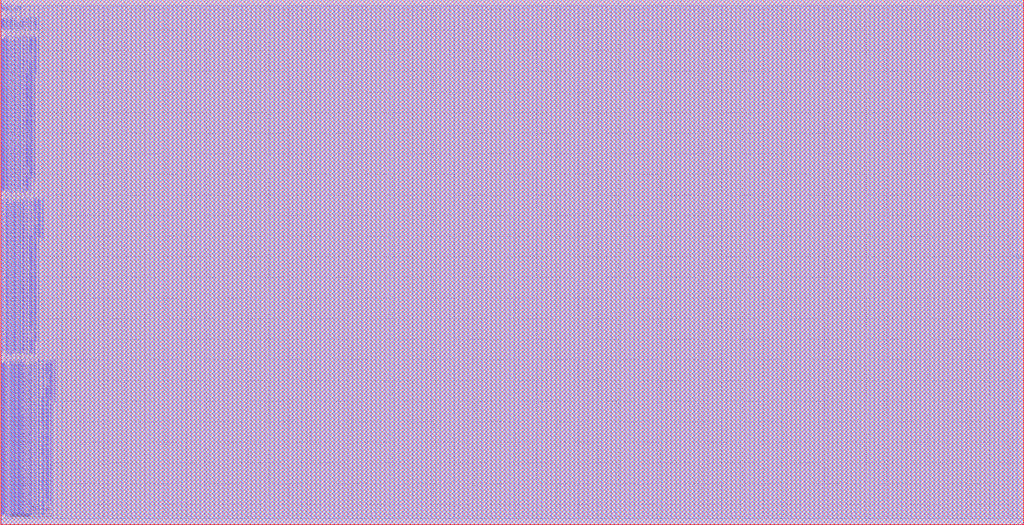
<source format=lef>
VERSION 5.7 ;
BUSBITCHARS "[]" ;
MACRO fakeram65_256x132
  FOREIGN fakeram65_256x132 0 0 ;
  SYMMETRY X Y R90 ;
  SIZE 248.300 BY 127.400 ;
  CLASS BLOCK ;
  PIN w_mask_in[0]
    DIRECTION INPUT ;
    USE SIGNAL ;
    SHAPE ABUTMENT ;
    PORT
      LAYER M3 ;
      RECT 0.000 1.365 0.070 1.435 ;
    END
  END w_mask_in[0]
  PIN w_mask_in[1]
    DIRECTION INPUT ;
    USE SIGNAL ;
    SHAPE ABUTMENT ;
    PORT
      LAYER M3 ;
      RECT 0.000 1.645 0.070 1.715 ;
    END
  END w_mask_in[1]
  PIN w_mask_in[2]
    DIRECTION INPUT ;
    USE SIGNAL ;
    SHAPE ABUTMENT ;
    PORT
      LAYER M3 ;
      RECT 0.000 1.925 0.070 1.995 ;
    END
  END w_mask_in[2]
  PIN w_mask_in[3]
    DIRECTION INPUT ;
    USE SIGNAL ;
    SHAPE ABUTMENT ;
    PORT
      LAYER M3 ;
      RECT 0.000 2.205 0.070 2.275 ;
    END
  END w_mask_in[3]
  PIN w_mask_in[4]
    DIRECTION INPUT ;
    USE SIGNAL ;
    SHAPE ABUTMENT ;
    PORT
      LAYER M3 ;
      RECT 0.000 2.485 0.070 2.555 ;
    END
  END w_mask_in[4]
  PIN w_mask_in[5]
    DIRECTION INPUT ;
    USE SIGNAL ;
    SHAPE ABUTMENT ;
    PORT
      LAYER M3 ;
      RECT 0.000 2.765 0.070 2.835 ;
    END
  END w_mask_in[5]
  PIN w_mask_in[6]
    DIRECTION INPUT ;
    USE SIGNAL ;
    SHAPE ABUTMENT ;
    PORT
      LAYER M3 ;
      RECT 0.000 3.045 0.070 3.115 ;
    END
  END w_mask_in[6]
  PIN w_mask_in[7]
    DIRECTION INPUT ;
    USE SIGNAL ;
    SHAPE ABUTMENT ;
    PORT
      LAYER M3 ;
      RECT 0.000 3.325 0.070 3.395 ;
    END
  END w_mask_in[7]
  PIN w_mask_in[8]
    DIRECTION INPUT ;
    USE SIGNAL ;
    SHAPE ABUTMENT ;
    PORT
      LAYER M3 ;
      RECT 0.000 3.605 0.070 3.675 ;
    END
  END w_mask_in[8]
  PIN w_mask_in[9]
    DIRECTION INPUT ;
    USE SIGNAL ;
    SHAPE ABUTMENT ;
    PORT
      LAYER M3 ;
      RECT 0.000 3.885 0.070 3.955 ;
    END
  END w_mask_in[9]
  PIN w_mask_in[10]
    DIRECTION INPUT ;
    USE SIGNAL ;
    SHAPE ABUTMENT ;
    PORT
      LAYER M3 ;
      RECT 0.000 4.165 0.070 4.235 ;
    END
  END w_mask_in[10]
  PIN w_mask_in[11]
    DIRECTION INPUT ;
    USE SIGNAL ;
    SHAPE ABUTMENT ;
    PORT
      LAYER M3 ;
      RECT 0.000 4.445 0.070 4.515 ;
    END
  END w_mask_in[11]
  PIN w_mask_in[12]
    DIRECTION INPUT ;
    USE SIGNAL ;
    SHAPE ABUTMENT ;
    PORT
      LAYER M3 ;
      RECT 0.000 4.725 0.070 4.795 ;
    END
  END w_mask_in[12]
  PIN w_mask_in[13]
    DIRECTION INPUT ;
    USE SIGNAL ;
    SHAPE ABUTMENT ;
    PORT
      LAYER M3 ;
      RECT 0.000 5.005 0.070 5.075 ;
    END
  END w_mask_in[13]
  PIN w_mask_in[14]
    DIRECTION INPUT ;
    USE SIGNAL ;
    SHAPE ABUTMENT ;
    PORT
      LAYER M3 ;
      RECT 0.000 5.285 0.070 5.355 ;
    END
  END w_mask_in[14]
  PIN w_mask_in[15]
    DIRECTION INPUT ;
    USE SIGNAL ;
    SHAPE ABUTMENT ;
    PORT
      LAYER M3 ;
      RECT 0.000 5.565 0.070 5.635 ;
    END
  END w_mask_in[15]
  PIN w_mask_in[16]
    DIRECTION INPUT ;
    USE SIGNAL ;
    SHAPE ABUTMENT ;
    PORT
      LAYER M3 ;
      RECT 0.000 5.845 0.070 5.915 ;
    END
  END w_mask_in[16]
  PIN w_mask_in[17]
    DIRECTION INPUT ;
    USE SIGNAL ;
    SHAPE ABUTMENT ;
    PORT
      LAYER M3 ;
      RECT 0.000 6.125 0.070 6.195 ;
    END
  END w_mask_in[17]
  PIN w_mask_in[18]
    DIRECTION INPUT ;
    USE SIGNAL ;
    SHAPE ABUTMENT ;
    PORT
      LAYER M3 ;
      RECT 0.000 6.405 0.070 6.475 ;
    END
  END w_mask_in[18]
  PIN w_mask_in[19]
    DIRECTION INPUT ;
    USE SIGNAL ;
    SHAPE ABUTMENT ;
    PORT
      LAYER M3 ;
      RECT 0.000 6.685 0.070 6.755 ;
    END
  END w_mask_in[19]
  PIN w_mask_in[20]
    DIRECTION INPUT ;
    USE SIGNAL ;
    SHAPE ABUTMENT ;
    PORT
      LAYER M3 ;
      RECT 0.000 6.965 0.070 7.035 ;
    END
  END w_mask_in[20]
  PIN w_mask_in[21]
    DIRECTION INPUT ;
    USE SIGNAL ;
    SHAPE ABUTMENT ;
    PORT
      LAYER M3 ;
      RECT 0.000 7.245 0.070 7.315 ;
    END
  END w_mask_in[21]
  PIN w_mask_in[22]
    DIRECTION INPUT ;
    USE SIGNAL ;
    SHAPE ABUTMENT ;
    PORT
      LAYER M3 ;
      RECT 0.000 7.525 0.070 7.595 ;
    END
  END w_mask_in[22]
  PIN w_mask_in[23]
    DIRECTION INPUT ;
    USE SIGNAL ;
    SHAPE ABUTMENT ;
    PORT
      LAYER M3 ;
      RECT 0.000 7.805 0.070 7.875 ;
    END
  END w_mask_in[23]
  PIN w_mask_in[24]
    DIRECTION INPUT ;
    USE SIGNAL ;
    SHAPE ABUTMENT ;
    PORT
      LAYER M3 ;
      RECT 0.000 8.085 0.070 8.155 ;
    END
  END w_mask_in[24]
  PIN w_mask_in[25]
    DIRECTION INPUT ;
    USE SIGNAL ;
    SHAPE ABUTMENT ;
    PORT
      LAYER M3 ;
      RECT 0.000 8.365 0.070 8.435 ;
    END
  END w_mask_in[25]
  PIN w_mask_in[26]
    DIRECTION INPUT ;
    USE SIGNAL ;
    SHAPE ABUTMENT ;
    PORT
      LAYER M3 ;
      RECT 0.000 8.645 0.070 8.715 ;
    END
  END w_mask_in[26]
  PIN w_mask_in[27]
    DIRECTION INPUT ;
    USE SIGNAL ;
    SHAPE ABUTMENT ;
    PORT
      LAYER M3 ;
      RECT 0.000 8.925 0.070 8.995 ;
    END
  END w_mask_in[27]
  PIN w_mask_in[28]
    DIRECTION INPUT ;
    USE SIGNAL ;
    SHAPE ABUTMENT ;
    PORT
      LAYER M3 ;
      RECT 0.000 9.205 0.070 9.275 ;
    END
  END w_mask_in[28]
  PIN w_mask_in[29]
    DIRECTION INPUT ;
    USE SIGNAL ;
    SHAPE ABUTMENT ;
    PORT
      LAYER M3 ;
      RECT 0.000 9.485 0.070 9.555 ;
    END
  END w_mask_in[29]
  PIN w_mask_in[30]
    DIRECTION INPUT ;
    USE SIGNAL ;
    SHAPE ABUTMENT ;
    PORT
      LAYER M3 ;
      RECT 0.000 9.765 0.070 9.835 ;
    END
  END w_mask_in[30]
  PIN w_mask_in[31]
    DIRECTION INPUT ;
    USE SIGNAL ;
    SHAPE ABUTMENT ;
    PORT
      LAYER M3 ;
      RECT 0.000 10.045 0.070 10.115 ;
    END
  END w_mask_in[31]
  PIN w_mask_in[32]
    DIRECTION INPUT ;
    USE SIGNAL ;
    SHAPE ABUTMENT ;
    PORT
      LAYER M3 ;
      RECT 0.000 10.325 0.070 10.395 ;
    END
  END w_mask_in[32]
  PIN w_mask_in[33]
    DIRECTION INPUT ;
    USE SIGNAL ;
    SHAPE ABUTMENT ;
    PORT
      LAYER M3 ;
      RECT 0.000 10.605 0.070 10.675 ;
    END
  END w_mask_in[33]
  PIN w_mask_in[34]
    DIRECTION INPUT ;
    USE SIGNAL ;
    SHAPE ABUTMENT ;
    PORT
      LAYER M3 ;
      RECT 0.000 10.885 0.070 10.955 ;
    END
  END w_mask_in[34]
  PIN w_mask_in[35]
    DIRECTION INPUT ;
    USE SIGNAL ;
    SHAPE ABUTMENT ;
    PORT
      LAYER M3 ;
      RECT 0.000 11.165 0.070 11.235 ;
    END
  END w_mask_in[35]
  PIN w_mask_in[36]
    DIRECTION INPUT ;
    USE SIGNAL ;
    SHAPE ABUTMENT ;
    PORT
      LAYER M3 ;
      RECT 0.000 11.445 0.070 11.515 ;
    END
  END w_mask_in[36]
  PIN w_mask_in[37]
    DIRECTION INPUT ;
    USE SIGNAL ;
    SHAPE ABUTMENT ;
    PORT
      LAYER M3 ;
      RECT 0.000 11.725 0.070 11.795 ;
    END
  END w_mask_in[37]
  PIN w_mask_in[38]
    DIRECTION INPUT ;
    USE SIGNAL ;
    SHAPE ABUTMENT ;
    PORT
      LAYER M3 ;
      RECT 0.000 12.005 0.070 12.075 ;
    END
  END w_mask_in[38]
  PIN w_mask_in[39]
    DIRECTION INPUT ;
    USE SIGNAL ;
    SHAPE ABUTMENT ;
    PORT
      LAYER M3 ;
      RECT 0.000 12.285 0.070 12.355 ;
    END
  END w_mask_in[39]
  PIN w_mask_in[40]
    DIRECTION INPUT ;
    USE SIGNAL ;
    SHAPE ABUTMENT ;
    PORT
      LAYER M3 ;
      RECT 0.000 12.565 0.070 12.635 ;
    END
  END w_mask_in[40]
  PIN w_mask_in[41]
    DIRECTION INPUT ;
    USE SIGNAL ;
    SHAPE ABUTMENT ;
    PORT
      LAYER M3 ;
      RECT 0.000 12.845 0.070 12.915 ;
    END
  END w_mask_in[41]
  PIN w_mask_in[42]
    DIRECTION INPUT ;
    USE SIGNAL ;
    SHAPE ABUTMENT ;
    PORT
      LAYER M3 ;
      RECT 0.000 13.125 0.070 13.195 ;
    END
  END w_mask_in[42]
  PIN w_mask_in[43]
    DIRECTION INPUT ;
    USE SIGNAL ;
    SHAPE ABUTMENT ;
    PORT
      LAYER M3 ;
      RECT 0.000 13.405 0.070 13.475 ;
    END
  END w_mask_in[43]
  PIN w_mask_in[44]
    DIRECTION INPUT ;
    USE SIGNAL ;
    SHAPE ABUTMENT ;
    PORT
      LAYER M3 ;
      RECT 0.000 13.685 0.070 13.755 ;
    END
  END w_mask_in[44]
  PIN w_mask_in[45]
    DIRECTION INPUT ;
    USE SIGNAL ;
    SHAPE ABUTMENT ;
    PORT
      LAYER M3 ;
      RECT 0.000 13.965 0.070 14.035 ;
    END
  END w_mask_in[45]
  PIN w_mask_in[46]
    DIRECTION INPUT ;
    USE SIGNAL ;
    SHAPE ABUTMENT ;
    PORT
      LAYER M3 ;
      RECT 0.000 14.245 0.070 14.315 ;
    END
  END w_mask_in[46]
  PIN w_mask_in[47]
    DIRECTION INPUT ;
    USE SIGNAL ;
    SHAPE ABUTMENT ;
    PORT
      LAYER M3 ;
      RECT 0.000 14.525 0.070 14.595 ;
    END
  END w_mask_in[47]
  PIN w_mask_in[48]
    DIRECTION INPUT ;
    USE SIGNAL ;
    SHAPE ABUTMENT ;
    PORT
      LAYER M3 ;
      RECT 0.000 14.805 0.070 14.875 ;
    END
  END w_mask_in[48]
  PIN w_mask_in[49]
    DIRECTION INPUT ;
    USE SIGNAL ;
    SHAPE ABUTMENT ;
    PORT
      LAYER M3 ;
      RECT 0.000 15.085 0.070 15.155 ;
    END
  END w_mask_in[49]
  PIN w_mask_in[50]
    DIRECTION INPUT ;
    USE SIGNAL ;
    SHAPE ABUTMENT ;
    PORT
      LAYER M3 ;
      RECT 0.000 15.365 0.070 15.435 ;
    END
  END w_mask_in[50]
  PIN w_mask_in[51]
    DIRECTION INPUT ;
    USE SIGNAL ;
    SHAPE ABUTMENT ;
    PORT
      LAYER M3 ;
      RECT 0.000 15.645 0.070 15.715 ;
    END
  END w_mask_in[51]
  PIN w_mask_in[52]
    DIRECTION INPUT ;
    USE SIGNAL ;
    SHAPE ABUTMENT ;
    PORT
      LAYER M3 ;
      RECT 0.000 15.925 0.070 15.995 ;
    END
  END w_mask_in[52]
  PIN w_mask_in[53]
    DIRECTION INPUT ;
    USE SIGNAL ;
    SHAPE ABUTMENT ;
    PORT
      LAYER M3 ;
      RECT 0.000 16.205 0.070 16.275 ;
    END
  END w_mask_in[53]
  PIN w_mask_in[54]
    DIRECTION INPUT ;
    USE SIGNAL ;
    SHAPE ABUTMENT ;
    PORT
      LAYER M3 ;
      RECT 0.000 16.485 0.070 16.555 ;
    END
  END w_mask_in[54]
  PIN w_mask_in[55]
    DIRECTION INPUT ;
    USE SIGNAL ;
    SHAPE ABUTMENT ;
    PORT
      LAYER M3 ;
      RECT 0.000 16.765 0.070 16.835 ;
    END
  END w_mask_in[55]
  PIN w_mask_in[56]
    DIRECTION INPUT ;
    USE SIGNAL ;
    SHAPE ABUTMENT ;
    PORT
      LAYER M3 ;
      RECT 0.000 17.045 0.070 17.115 ;
    END
  END w_mask_in[56]
  PIN w_mask_in[57]
    DIRECTION INPUT ;
    USE SIGNAL ;
    SHAPE ABUTMENT ;
    PORT
      LAYER M3 ;
      RECT 0.000 17.325 0.070 17.395 ;
    END
  END w_mask_in[57]
  PIN w_mask_in[58]
    DIRECTION INPUT ;
    USE SIGNAL ;
    SHAPE ABUTMENT ;
    PORT
      LAYER M3 ;
      RECT 0.000 17.605 0.070 17.675 ;
    END
  END w_mask_in[58]
  PIN w_mask_in[59]
    DIRECTION INPUT ;
    USE SIGNAL ;
    SHAPE ABUTMENT ;
    PORT
      LAYER M3 ;
      RECT 0.000 17.885 0.070 17.955 ;
    END
  END w_mask_in[59]
  PIN w_mask_in[60]
    DIRECTION INPUT ;
    USE SIGNAL ;
    SHAPE ABUTMENT ;
    PORT
      LAYER M3 ;
      RECT 0.000 18.165 0.070 18.235 ;
    END
  END w_mask_in[60]
  PIN w_mask_in[61]
    DIRECTION INPUT ;
    USE SIGNAL ;
    SHAPE ABUTMENT ;
    PORT
      LAYER M3 ;
      RECT 0.000 18.445 0.070 18.515 ;
    END
  END w_mask_in[61]
  PIN w_mask_in[62]
    DIRECTION INPUT ;
    USE SIGNAL ;
    SHAPE ABUTMENT ;
    PORT
      LAYER M3 ;
      RECT 0.000 18.725 0.070 18.795 ;
    END
  END w_mask_in[62]
  PIN w_mask_in[63]
    DIRECTION INPUT ;
    USE SIGNAL ;
    SHAPE ABUTMENT ;
    PORT
      LAYER M3 ;
      RECT 0.000 19.005 0.070 19.075 ;
    END
  END w_mask_in[63]
  PIN w_mask_in[64]
    DIRECTION INPUT ;
    USE SIGNAL ;
    SHAPE ABUTMENT ;
    PORT
      LAYER M3 ;
      RECT 0.000 19.285 0.070 19.355 ;
    END
  END w_mask_in[64]
  PIN w_mask_in[65]
    DIRECTION INPUT ;
    USE SIGNAL ;
    SHAPE ABUTMENT ;
    PORT
      LAYER M3 ;
      RECT 0.000 19.565 0.070 19.635 ;
    END
  END w_mask_in[65]
  PIN w_mask_in[66]
    DIRECTION INPUT ;
    USE SIGNAL ;
    SHAPE ABUTMENT ;
    PORT
      LAYER M3 ;
      RECT 0.000 19.845 0.070 19.915 ;
    END
  END w_mask_in[66]
  PIN w_mask_in[67]
    DIRECTION INPUT ;
    USE SIGNAL ;
    SHAPE ABUTMENT ;
    PORT
      LAYER M3 ;
      RECT 0.000 20.125 0.070 20.195 ;
    END
  END w_mask_in[67]
  PIN w_mask_in[68]
    DIRECTION INPUT ;
    USE SIGNAL ;
    SHAPE ABUTMENT ;
    PORT
      LAYER M3 ;
      RECT 0.000 20.405 0.070 20.475 ;
    END
  END w_mask_in[68]
  PIN w_mask_in[69]
    DIRECTION INPUT ;
    USE SIGNAL ;
    SHAPE ABUTMENT ;
    PORT
      LAYER M3 ;
      RECT 0.000 20.685 0.070 20.755 ;
    END
  END w_mask_in[69]
  PIN w_mask_in[70]
    DIRECTION INPUT ;
    USE SIGNAL ;
    SHAPE ABUTMENT ;
    PORT
      LAYER M3 ;
      RECT 0.000 20.965 0.070 21.035 ;
    END
  END w_mask_in[70]
  PIN w_mask_in[71]
    DIRECTION INPUT ;
    USE SIGNAL ;
    SHAPE ABUTMENT ;
    PORT
      LAYER M3 ;
      RECT 0.000 21.245 0.070 21.315 ;
    END
  END w_mask_in[71]
  PIN w_mask_in[72]
    DIRECTION INPUT ;
    USE SIGNAL ;
    SHAPE ABUTMENT ;
    PORT
      LAYER M3 ;
      RECT 0.000 21.525 0.070 21.595 ;
    END
  END w_mask_in[72]
  PIN w_mask_in[73]
    DIRECTION INPUT ;
    USE SIGNAL ;
    SHAPE ABUTMENT ;
    PORT
      LAYER M3 ;
      RECT 0.000 21.805 0.070 21.875 ;
    END
  END w_mask_in[73]
  PIN w_mask_in[74]
    DIRECTION INPUT ;
    USE SIGNAL ;
    SHAPE ABUTMENT ;
    PORT
      LAYER M3 ;
      RECT 0.000 22.085 0.070 22.155 ;
    END
  END w_mask_in[74]
  PIN w_mask_in[75]
    DIRECTION INPUT ;
    USE SIGNAL ;
    SHAPE ABUTMENT ;
    PORT
      LAYER M3 ;
      RECT 0.000 22.365 0.070 22.435 ;
    END
  END w_mask_in[75]
  PIN w_mask_in[76]
    DIRECTION INPUT ;
    USE SIGNAL ;
    SHAPE ABUTMENT ;
    PORT
      LAYER M3 ;
      RECT 0.000 22.645 0.070 22.715 ;
    END
  END w_mask_in[76]
  PIN w_mask_in[77]
    DIRECTION INPUT ;
    USE SIGNAL ;
    SHAPE ABUTMENT ;
    PORT
      LAYER M3 ;
      RECT 0.000 22.925 0.070 22.995 ;
    END
  END w_mask_in[77]
  PIN w_mask_in[78]
    DIRECTION INPUT ;
    USE SIGNAL ;
    SHAPE ABUTMENT ;
    PORT
      LAYER M3 ;
      RECT 0.000 23.205 0.070 23.275 ;
    END
  END w_mask_in[78]
  PIN w_mask_in[79]
    DIRECTION INPUT ;
    USE SIGNAL ;
    SHAPE ABUTMENT ;
    PORT
      LAYER M3 ;
      RECT 0.000 23.485 0.070 23.555 ;
    END
  END w_mask_in[79]
  PIN w_mask_in[80]
    DIRECTION INPUT ;
    USE SIGNAL ;
    SHAPE ABUTMENT ;
    PORT
      LAYER M3 ;
      RECT 0.000 23.765 0.070 23.835 ;
    END
  END w_mask_in[80]
  PIN w_mask_in[81]
    DIRECTION INPUT ;
    USE SIGNAL ;
    SHAPE ABUTMENT ;
    PORT
      LAYER M3 ;
      RECT 0.000 24.045 0.070 24.115 ;
    END
  END w_mask_in[81]
  PIN w_mask_in[82]
    DIRECTION INPUT ;
    USE SIGNAL ;
    SHAPE ABUTMENT ;
    PORT
      LAYER M3 ;
      RECT 0.000 24.325 0.070 24.395 ;
    END
  END w_mask_in[82]
  PIN w_mask_in[83]
    DIRECTION INPUT ;
    USE SIGNAL ;
    SHAPE ABUTMENT ;
    PORT
      LAYER M3 ;
      RECT 0.000 24.605 0.070 24.675 ;
    END
  END w_mask_in[83]
  PIN w_mask_in[84]
    DIRECTION INPUT ;
    USE SIGNAL ;
    SHAPE ABUTMENT ;
    PORT
      LAYER M3 ;
      RECT 0.000 24.885 0.070 24.955 ;
    END
  END w_mask_in[84]
  PIN w_mask_in[85]
    DIRECTION INPUT ;
    USE SIGNAL ;
    SHAPE ABUTMENT ;
    PORT
      LAYER M3 ;
      RECT 0.000 25.165 0.070 25.235 ;
    END
  END w_mask_in[85]
  PIN w_mask_in[86]
    DIRECTION INPUT ;
    USE SIGNAL ;
    SHAPE ABUTMENT ;
    PORT
      LAYER M3 ;
      RECT 0.000 25.445 0.070 25.515 ;
    END
  END w_mask_in[86]
  PIN w_mask_in[87]
    DIRECTION INPUT ;
    USE SIGNAL ;
    SHAPE ABUTMENT ;
    PORT
      LAYER M3 ;
      RECT 0.000 25.725 0.070 25.795 ;
    END
  END w_mask_in[87]
  PIN w_mask_in[88]
    DIRECTION INPUT ;
    USE SIGNAL ;
    SHAPE ABUTMENT ;
    PORT
      LAYER M3 ;
      RECT 0.000 26.005 0.070 26.075 ;
    END
  END w_mask_in[88]
  PIN w_mask_in[89]
    DIRECTION INPUT ;
    USE SIGNAL ;
    SHAPE ABUTMENT ;
    PORT
      LAYER M3 ;
      RECT 0.000 26.285 0.070 26.355 ;
    END
  END w_mask_in[89]
  PIN w_mask_in[90]
    DIRECTION INPUT ;
    USE SIGNAL ;
    SHAPE ABUTMENT ;
    PORT
      LAYER M3 ;
      RECT 0.000 26.565 0.070 26.635 ;
    END
  END w_mask_in[90]
  PIN w_mask_in[91]
    DIRECTION INPUT ;
    USE SIGNAL ;
    SHAPE ABUTMENT ;
    PORT
      LAYER M3 ;
      RECT 0.000 26.845 0.070 26.915 ;
    END
  END w_mask_in[91]
  PIN w_mask_in[92]
    DIRECTION INPUT ;
    USE SIGNAL ;
    SHAPE ABUTMENT ;
    PORT
      LAYER M3 ;
      RECT 0.000 27.125 0.070 27.195 ;
    END
  END w_mask_in[92]
  PIN w_mask_in[93]
    DIRECTION INPUT ;
    USE SIGNAL ;
    SHAPE ABUTMENT ;
    PORT
      LAYER M3 ;
      RECT 0.000 27.405 0.070 27.475 ;
    END
  END w_mask_in[93]
  PIN w_mask_in[94]
    DIRECTION INPUT ;
    USE SIGNAL ;
    SHAPE ABUTMENT ;
    PORT
      LAYER M3 ;
      RECT 0.000 27.685 0.070 27.755 ;
    END
  END w_mask_in[94]
  PIN w_mask_in[95]
    DIRECTION INPUT ;
    USE SIGNAL ;
    SHAPE ABUTMENT ;
    PORT
      LAYER M3 ;
      RECT 0.000 27.965 0.070 28.035 ;
    END
  END w_mask_in[95]
  PIN w_mask_in[96]
    DIRECTION INPUT ;
    USE SIGNAL ;
    SHAPE ABUTMENT ;
    PORT
      LAYER M3 ;
      RECT 0.000 28.245 0.070 28.315 ;
    END
  END w_mask_in[96]
  PIN w_mask_in[97]
    DIRECTION INPUT ;
    USE SIGNAL ;
    SHAPE ABUTMENT ;
    PORT
      LAYER M3 ;
      RECT 0.000 28.525 0.070 28.595 ;
    END
  END w_mask_in[97]
  PIN w_mask_in[98]
    DIRECTION INPUT ;
    USE SIGNAL ;
    SHAPE ABUTMENT ;
    PORT
      LAYER M3 ;
      RECT 0.000 28.805 0.070 28.875 ;
    END
  END w_mask_in[98]
  PIN w_mask_in[99]
    DIRECTION INPUT ;
    USE SIGNAL ;
    SHAPE ABUTMENT ;
    PORT
      LAYER M3 ;
      RECT 0.000 29.085 0.070 29.155 ;
    END
  END w_mask_in[99]
  PIN w_mask_in[100]
    DIRECTION INPUT ;
    USE SIGNAL ;
    SHAPE ABUTMENT ;
    PORT
      LAYER M3 ;
      RECT 0.000 29.365 0.070 29.435 ;
    END
  END w_mask_in[100]
  PIN w_mask_in[101]
    DIRECTION INPUT ;
    USE SIGNAL ;
    SHAPE ABUTMENT ;
    PORT
      LAYER M3 ;
      RECT 0.000 29.645 0.070 29.715 ;
    END
  END w_mask_in[101]
  PIN w_mask_in[102]
    DIRECTION INPUT ;
    USE SIGNAL ;
    SHAPE ABUTMENT ;
    PORT
      LAYER M3 ;
      RECT 0.000 29.925 0.070 29.995 ;
    END
  END w_mask_in[102]
  PIN w_mask_in[103]
    DIRECTION INPUT ;
    USE SIGNAL ;
    SHAPE ABUTMENT ;
    PORT
      LAYER M3 ;
      RECT 0.000 30.205 0.070 30.275 ;
    END
  END w_mask_in[103]
  PIN w_mask_in[104]
    DIRECTION INPUT ;
    USE SIGNAL ;
    SHAPE ABUTMENT ;
    PORT
      LAYER M3 ;
      RECT 0.000 30.485 0.070 30.555 ;
    END
  END w_mask_in[104]
  PIN w_mask_in[105]
    DIRECTION INPUT ;
    USE SIGNAL ;
    SHAPE ABUTMENT ;
    PORT
      LAYER M3 ;
      RECT 0.000 30.765 0.070 30.835 ;
    END
  END w_mask_in[105]
  PIN w_mask_in[106]
    DIRECTION INPUT ;
    USE SIGNAL ;
    SHAPE ABUTMENT ;
    PORT
      LAYER M3 ;
      RECT 0.000 31.045 0.070 31.115 ;
    END
  END w_mask_in[106]
  PIN w_mask_in[107]
    DIRECTION INPUT ;
    USE SIGNAL ;
    SHAPE ABUTMENT ;
    PORT
      LAYER M3 ;
      RECT 0.000 31.325 0.070 31.395 ;
    END
  END w_mask_in[107]
  PIN w_mask_in[108]
    DIRECTION INPUT ;
    USE SIGNAL ;
    SHAPE ABUTMENT ;
    PORT
      LAYER M3 ;
      RECT 0.000 31.605 0.070 31.675 ;
    END
  END w_mask_in[108]
  PIN w_mask_in[109]
    DIRECTION INPUT ;
    USE SIGNAL ;
    SHAPE ABUTMENT ;
    PORT
      LAYER M3 ;
      RECT 0.000 31.885 0.070 31.955 ;
    END
  END w_mask_in[109]
  PIN w_mask_in[110]
    DIRECTION INPUT ;
    USE SIGNAL ;
    SHAPE ABUTMENT ;
    PORT
      LAYER M3 ;
      RECT 0.000 32.165 0.070 32.235 ;
    END
  END w_mask_in[110]
  PIN w_mask_in[111]
    DIRECTION INPUT ;
    USE SIGNAL ;
    SHAPE ABUTMENT ;
    PORT
      LAYER M3 ;
      RECT 0.000 32.445 0.070 32.515 ;
    END
  END w_mask_in[111]
  PIN w_mask_in[112]
    DIRECTION INPUT ;
    USE SIGNAL ;
    SHAPE ABUTMENT ;
    PORT
      LAYER M3 ;
      RECT 0.000 32.725 0.070 32.795 ;
    END
  END w_mask_in[112]
  PIN w_mask_in[113]
    DIRECTION INPUT ;
    USE SIGNAL ;
    SHAPE ABUTMENT ;
    PORT
      LAYER M3 ;
      RECT 0.000 33.005 0.070 33.075 ;
    END
  END w_mask_in[113]
  PIN w_mask_in[114]
    DIRECTION INPUT ;
    USE SIGNAL ;
    SHAPE ABUTMENT ;
    PORT
      LAYER M3 ;
      RECT 0.000 33.285 0.070 33.355 ;
    END
  END w_mask_in[114]
  PIN w_mask_in[115]
    DIRECTION INPUT ;
    USE SIGNAL ;
    SHAPE ABUTMENT ;
    PORT
      LAYER M3 ;
      RECT 0.000 33.565 0.070 33.635 ;
    END
  END w_mask_in[115]
  PIN w_mask_in[116]
    DIRECTION INPUT ;
    USE SIGNAL ;
    SHAPE ABUTMENT ;
    PORT
      LAYER M3 ;
      RECT 0.000 33.845 0.070 33.915 ;
    END
  END w_mask_in[116]
  PIN w_mask_in[117]
    DIRECTION INPUT ;
    USE SIGNAL ;
    SHAPE ABUTMENT ;
    PORT
      LAYER M3 ;
      RECT 0.000 34.125 0.070 34.195 ;
    END
  END w_mask_in[117]
  PIN w_mask_in[118]
    DIRECTION INPUT ;
    USE SIGNAL ;
    SHAPE ABUTMENT ;
    PORT
      LAYER M3 ;
      RECT 0.000 34.405 0.070 34.475 ;
    END
  END w_mask_in[118]
  PIN w_mask_in[119]
    DIRECTION INPUT ;
    USE SIGNAL ;
    SHAPE ABUTMENT ;
    PORT
      LAYER M3 ;
      RECT 0.000 34.685 0.070 34.755 ;
    END
  END w_mask_in[119]
  PIN w_mask_in[120]
    DIRECTION INPUT ;
    USE SIGNAL ;
    SHAPE ABUTMENT ;
    PORT
      LAYER M3 ;
      RECT 0.000 34.965 0.070 35.035 ;
    END
  END w_mask_in[120]
  PIN w_mask_in[121]
    DIRECTION INPUT ;
    USE SIGNAL ;
    SHAPE ABUTMENT ;
    PORT
      LAYER M3 ;
      RECT 0.000 35.245 0.070 35.315 ;
    END
  END w_mask_in[121]
  PIN w_mask_in[122]
    DIRECTION INPUT ;
    USE SIGNAL ;
    SHAPE ABUTMENT ;
    PORT
      LAYER M3 ;
      RECT 0.000 35.525 0.070 35.595 ;
    END
  END w_mask_in[122]
  PIN w_mask_in[123]
    DIRECTION INPUT ;
    USE SIGNAL ;
    SHAPE ABUTMENT ;
    PORT
      LAYER M3 ;
      RECT 0.000 35.805 0.070 35.875 ;
    END
  END w_mask_in[123]
  PIN w_mask_in[124]
    DIRECTION INPUT ;
    USE SIGNAL ;
    SHAPE ABUTMENT ;
    PORT
      LAYER M3 ;
      RECT 0.000 36.085 0.070 36.155 ;
    END
  END w_mask_in[124]
  PIN w_mask_in[125]
    DIRECTION INPUT ;
    USE SIGNAL ;
    SHAPE ABUTMENT ;
    PORT
      LAYER M3 ;
      RECT 0.000 36.365 0.070 36.435 ;
    END
  END w_mask_in[125]
  PIN w_mask_in[126]
    DIRECTION INPUT ;
    USE SIGNAL ;
    SHAPE ABUTMENT ;
    PORT
      LAYER M3 ;
      RECT 0.000 36.645 0.070 36.715 ;
    END
  END w_mask_in[126]
  PIN w_mask_in[127]
    DIRECTION INPUT ;
    USE SIGNAL ;
    SHAPE ABUTMENT ;
    PORT
      LAYER M3 ;
      RECT 0.000 36.925 0.070 36.995 ;
    END
  END w_mask_in[127]
  PIN w_mask_in[128]
    DIRECTION INPUT ;
    USE SIGNAL ;
    SHAPE ABUTMENT ;
    PORT
      LAYER M3 ;
      RECT 0.000 37.205 0.070 37.275 ;
    END
  END w_mask_in[128]
  PIN w_mask_in[129]
    DIRECTION INPUT ;
    USE SIGNAL ;
    SHAPE ABUTMENT ;
    PORT
      LAYER M3 ;
      RECT 0.000 37.485 0.070 37.555 ;
    END
  END w_mask_in[129]
  PIN w_mask_in[130]
    DIRECTION INPUT ;
    USE SIGNAL ;
    SHAPE ABUTMENT ;
    PORT
      LAYER M3 ;
      RECT 0.000 37.765 0.070 37.835 ;
    END
  END w_mask_in[130]
  PIN w_mask_in[131]
    DIRECTION INPUT ;
    USE SIGNAL ;
    SHAPE ABUTMENT ;
    PORT
      LAYER M3 ;
      RECT 0.000 38.045 0.070 38.115 ;
    END
  END w_mask_in[131]
  PIN rd_out[0]
    DIRECTION OUTPUT ;
    USE SIGNAL ;
    SHAPE ABUTMENT ;
    PORT
      LAYER M3 ;
      RECT 0.000 40.705 0.070 40.775 ;
    END
  END rd_out[0]
  PIN rd_out[1]
    DIRECTION OUTPUT ;
    USE SIGNAL ;
    SHAPE ABUTMENT ;
    PORT
      LAYER M3 ;
      RECT 0.000 40.985 0.070 41.055 ;
    END
  END rd_out[1]
  PIN rd_out[2]
    DIRECTION OUTPUT ;
    USE SIGNAL ;
    SHAPE ABUTMENT ;
    PORT
      LAYER M3 ;
      RECT 0.000 41.265 0.070 41.335 ;
    END
  END rd_out[2]
  PIN rd_out[3]
    DIRECTION OUTPUT ;
    USE SIGNAL ;
    SHAPE ABUTMENT ;
    PORT
      LAYER M3 ;
      RECT 0.000 41.545 0.070 41.615 ;
    END
  END rd_out[3]
  PIN rd_out[4]
    DIRECTION OUTPUT ;
    USE SIGNAL ;
    SHAPE ABUTMENT ;
    PORT
      LAYER M3 ;
      RECT 0.000 41.825 0.070 41.895 ;
    END
  END rd_out[4]
  PIN rd_out[5]
    DIRECTION OUTPUT ;
    USE SIGNAL ;
    SHAPE ABUTMENT ;
    PORT
      LAYER M3 ;
      RECT 0.000 42.105 0.070 42.175 ;
    END
  END rd_out[5]
  PIN rd_out[6]
    DIRECTION OUTPUT ;
    USE SIGNAL ;
    SHAPE ABUTMENT ;
    PORT
      LAYER M3 ;
      RECT 0.000 42.385 0.070 42.455 ;
    END
  END rd_out[6]
  PIN rd_out[7]
    DIRECTION OUTPUT ;
    USE SIGNAL ;
    SHAPE ABUTMENT ;
    PORT
      LAYER M3 ;
      RECT 0.000 42.665 0.070 42.735 ;
    END
  END rd_out[7]
  PIN rd_out[8]
    DIRECTION OUTPUT ;
    USE SIGNAL ;
    SHAPE ABUTMENT ;
    PORT
      LAYER M3 ;
      RECT 0.000 42.945 0.070 43.015 ;
    END
  END rd_out[8]
  PIN rd_out[9]
    DIRECTION OUTPUT ;
    USE SIGNAL ;
    SHAPE ABUTMENT ;
    PORT
      LAYER M3 ;
      RECT 0.000 43.225 0.070 43.295 ;
    END
  END rd_out[9]
  PIN rd_out[10]
    DIRECTION OUTPUT ;
    USE SIGNAL ;
    SHAPE ABUTMENT ;
    PORT
      LAYER M3 ;
      RECT 0.000 43.505 0.070 43.575 ;
    END
  END rd_out[10]
  PIN rd_out[11]
    DIRECTION OUTPUT ;
    USE SIGNAL ;
    SHAPE ABUTMENT ;
    PORT
      LAYER M3 ;
      RECT 0.000 43.785 0.070 43.855 ;
    END
  END rd_out[11]
  PIN rd_out[12]
    DIRECTION OUTPUT ;
    USE SIGNAL ;
    SHAPE ABUTMENT ;
    PORT
      LAYER M3 ;
      RECT 0.000 44.065 0.070 44.135 ;
    END
  END rd_out[12]
  PIN rd_out[13]
    DIRECTION OUTPUT ;
    USE SIGNAL ;
    SHAPE ABUTMENT ;
    PORT
      LAYER M3 ;
      RECT 0.000 44.345 0.070 44.415 ;
    END
  END rd_out[13]
  PIN rd_out[14]
    DIRECTION OUTPUT ;
    USE SIGNAL ;
    SHAPE ABUTMENT ;
    PORT
      LAYER M3 ;
      RECT 0.000 44.625 0.070 44.695 ;
    END
  END rd_out[14]
  PIN rd_out[15]
    DIRECTION OUTPUT ;
    USE SIGNAL ;
    SHAPE ABUTMENT ;
    PORT
      LAYER M3 ;
      RECT 0.000 44.905 0.070 44.975 ;
    END
  END rd_out[15]
  PIN rd_out[16]
    DIRECTION OUTPUT ;
    USE SIGNAL ;
    SHAPE ABUTMENT ;
    PORT
      LAYER M3 ;
      RECT 0.000 45.185 0.070 45.255 ;
    END
  END rd_out[16]
  PIN rd_out[17]
    DIRECTION OUTPUT ;
    USE SIGNAL ;
    SHAPE ABUTMENT ;
    PORT
      LAYER M3 ;
      RECT 0.000 45.465 0.070 45.535 ;
    END
  END rd_out[17]
  PIN rd_out[18]
    DIRECTION OUTPUT ;
    USE SIGNAL ;
    SHAPE ABUTMENT ;
    PORT
      LAYER M3 ;
      RECT 0.000 45.745 0.070 45.815 ;
    END
  END rd_out[18]
  PIN rd_out[19]
    DIRECTION OUTPUT ;
    USE SIGNAL ;
    SHAPE ABUTMENT ;
    PORT
      LAYER M3 ;
      RECT 0.000 46.025 0.070 46.095 ;
    END
  END rd_out[19]
  PIN rd_out[20]
    DIRECTION OUTPUT ;
    USE SIGNAL ;
    SHAPE ABUTMENT ;
    PORT
      LAYER M3 ;
      RECT 0.000 46.305 0.070 46.375 ;
    END
  END rd_out[20]
  PIN rd_out[21]
    DIRECTION OUTPUT ;
    USE SIGNAL ;
    SHAPE ABUTMENT ;
    PORT
      LAYER M3 ;
      RECT 0.000 46.585 0.070 46.655 ;
    END
  END rd_out[21]
  PIN rd_out[22]
    DIRECTION OUTPUT ;
    USE SIGNAL ;
    SHAPE ABUTMENT ;
    PORT
      LAYER M3 ;
      RECT 0.000 46.865 0.070 46.935 ;
    END
  END rd_out[22]
  PIN rd_out[23]
    DIRECTION OUTPUT ;
    USE SIGNAL ;
    SHAPE ABUTMENT ;
    PORT
      LAYER M3 ;
      RECT 0.000 47.145 0.070 47.215 ;
    END
  END rd_out[23]
  PIN rd_out[24]
    DIRECTION OUTPUT ;
    USE SIGNAL ;
    SHAPE ABUTMENT ;
    PORT
      LAYER M3 ;
      RECT 0.000 47.425 0.070 47.495 ;
    END
  END rd_out[24]
  PIN rd_out[25]
    DIRECTION OUTPUT ;
    USE SIGNAL ;
    SHAPE ABUTMENT ;
    PORT
      LAYER M3 ;
      RECT 0.000 47.705 0.070 47.775 ;
    END
  END rd_out[25]
  PIN rd_out[26]
    DIRECTION OUTPUT ;
    USE SIGNAL ;
    SHAPE ABUTMENT ;
    PORT
      LAYER M3 ;
      RECT 0.000 47.985 0.070 48.055 ;
    END
  END rd_out[26]
  PIN rd_out[27]
    DIRECTION OUTPUT ;
    USE SIGNAL ;
    SHAPE ABUTMENT ;
    PORT
      LAYER M3 ;
      RECT 0.000 48.265 0.070 48.335 ;
    END
  END rd_out[27]
  PIN rd_out[28]
    DIRECTION OUTPUT ;
    USE SIGNAL ;
    SHAPE ABUTMENT ;
    PORT
      LAYER M3 ;
      RECT 0.000 48.545 0.070 48.615 ;
    END
  END rd_out[28]
  PIN rd_out[29]
    DIRECTION OUTPUT ;
    USE SIGNAL ;
    SHAPE ABUTMENT ;
    PORT
      LAYER M3 ;
      RECT 0.000 48.825 0.070 48.895 ;
    END
  END rd_out[29]
  PIN rd_out[30]
    DIRECTION OUTPUT ;
    USE SIGNAL ;
    SHAPE ABUTMENT ;
    PORT
      LAYER M3 ;
      RECT 0.000 49.105 0.070 49.175 ;
    END
  END rd_out[30]
  PIN rd_out[31]
    DIRECTION OUTPUT ;
    USE SIGNAL ;
    SHAPE ABUTMENT ;
    PORT
      LAYER M3 ;
      RECT 0.000 49.385 0.070 49.455 ;
    END
  END rd_out[31]
  PIN rd_out[32]
    DIRECTION OUTPUT ;
    USE SIGNAL ;
    SHAPE ABUTMENT ;
    PORT
      LAYER M3 ;
      RECT 0.000 49.665 0.070 49.735 ;
    END
  END rd_out[32]
  PIN rd_out[33]
    DIRECTION OUTPUT ;
    USE SIGNAL ;
    SHAPE ABUTMENT ;
    PORT
      LAYER M3 ;
      RECT 0.000 49.945 0.070 50.015 ;
    END
  END rd_out[33]
  PIN rd_out[34]
    DIRECTION OUTPUT ;
    USE SIGNAL ;
    SHAPE ABUTMENT ;
    PORT
      LAYER M3 ;
      RECT 0.000 50.225 0.070 50.295 ;
    END
  END rd_out[34]
  PIN rd_out[35]
    DIRECTION OUTPUT ;
    USE SIGNAL ;
    SHAPE ABUTMENT ;
    PORT
      LAYER M3 ;
      RECT 0.000 50.505 0.070 50.575 ;
    END
  END rd_out[35]
  PIN rd_out[36]
    DIRECTION OUTPUT ;
    USE SIGNAL ;
    SHAPE ABUTMENT ;
    PORT
      LAYER M3 ;
      RECT 0.000 50.785 0.070 50.855 ;
    END
  END rd_out[36]
  PIN rd_out[37]
    DIRECTION OUTPUT ;
    USE SIGNAL ;
    SHAPE ABUTMENT ;
    PORT
      LAYER M3 ;
      RECT 0.000 51.065 0.070 51.135 ;
    END
  END rd_out[37]
  PIN rd_out[38]
    DIRECTION OUTPUT ;
    USE SIGNAL ;
    SHAPE ABUTMENT ;
    PORT
      LAYER M3 ;
      RECT 0.000 51.345 0.070 51.415 ;
    END
  END rd_out[38]
  PIN rd_out[39]
    DIRECTION OUTPUT ;
    USE SIGNAL ;
    SHAPE ABUTMENT ;
    PORT
      LAYER M3 ;
      RECT 0.000 51.625 0.070 51.695 ;
    END
  END rd_out[39]
  PIN rd_out[40]
    DIRECTION OUTPUT ;
    USE SIGNAL ;
    SHAPE ABUTMENT ;
    PORT
      LAYER M3 ;
      RECT 0.000 51.905 0.070 51.975 ;
    END
  END rd_out[40]
  PIN rd_out[41]
    DIRECTION OUTPUT ;
    USE SIGNAL ;
    SHAPE ABUTMENT ;
    PORT
      LAYER M3 ;
      RECT 0.000 52.185 0.070 52.255 ;
    END
  END rd_out[41]
  PIN rd_out[42]
    DIRECTION OUTPUT ;
    USE SIGNAL ;
    SHAPE ABUTMENT ;
    PORT
      LAYER M3 ;
      RECT 0.000 52.465 0.070 52.535 ;
    END
  END rd_out[42]
  PIN rd_out[43]
    DIRECTION OUTPUT ;
    USE SIGNAL ;
    SHAPE ABUTMENT ;
    PORT
      LAYER M3 ;
      RECT 0.000 52.745 0.070 52.815 ;
    END
  END rd_out[43]
  PIN rd_out[44]
    DIRECTION OUTPUT ;
    USE SIGNAL ;
    SHAPE ABUTMENT ;
    PORT
      LAYER M3 ;
      RECT 0.000 53.025 0.070 53.095 ;
    END
  END rd_out[44]
  PIN rd_out[45]
    DIRECTION OUTPUT ;
    USE SIGNAL ;
    SHAPE ABUTMENT ;
    PORT
      LAYER M3 ;
      RECT 0.000 53.305 0.070 53.375 ;
    END
  END rd_out[45]
  PIN rd_out[46]
    DIRECTION OUTPUT ;
    USE SIGNAL ;
    SHAPE ABUTMENT ;
    PORT
      LAYER M3 ;
      RECT 0.000 53.585 0.070 53.655 ;
    END
  END rd_out[46]
  PIN rd_out[47]
    DIRECTION OUTPUT ;
    USE SIGNAL ;
    SHAPE ABUTMENT ;
    PORT
      LAYER M3 ;
      RECT 0.000 53.865 0.070 53.935 ;
    END
  END rd_out[47]
  PIN rd_out[48]
    DIRECTION OUTPUT ;
    USE SIGNAL ;
    SHAPE ABUTMENT ;
    PORT
      LAYER M3 ;
      RECT 0.000 54.145 0.070 54.215 ;
    END
  END rd_out[48]
  PIN rd_out[49]
    DIRECTION OUTPUT ;
    USE SIGNAL ;
    SHAPE ABUTMENT ;
    PORT
      LAYER M3 ;
      RECT 0.000 54.425 0.070 54.495 ;
    END
  END rd_out[49]
  PIN rd_out[50]
    DIRECTION OUTPUT ;
    USE SIGNAL ;
    SHAPE ABUTMENT ;
    PORT
      LAYER M3 ;
      RECT 0.000 54.705 0.070 54.775 ;
    END
  END rd_out[50]
  PIN rd_out[51]
    DIRECTION OUTPUT ;
    USE SIGNAL ;
    SHAPE ABUTMENT ;
    PORT
      LAYER M3 ;
      RECT 0.000 54.985 0.070 55.055 ;
    END
  END rd_out[51]
  PIN rd_out[52]
    DIRECTION OUTPUT ;
    USE SIGNAL ;
    SHAPE ABUTMENT ;
    PORT
      LAYER M3 ;
      RECT 0.000 55.265 0.070 55.335 ;
    END
  END rd_out[52]
  PIN rd_out[53]
    DIRECTION OUTPUT ;
    USE SIGNAL ;
    SHAPE ABUTMENT ;
    PORT
      LAYER M3 ;
      RECT 0.000 55.545 0.070 55.615 ;
    END
  END rd_out[53]
  PIN rd_out[54]
    DIRECTION OUTPUT ;
    USE SIGNAL ;
    SHAPE ABUTMENT ;
    PORT
      LAYER M3 ;
      RECT 0.000 55.825 0.070 55.895 ;
    END
  END rd_out[54]
  PIN rd_out[55]
    DIRECTION OUTPUT ;
    USE SIGNAL ;
    SHAPE ABUTMENT ;
    PORT
      LAYER M3 ;
      RECT 0.000 56.105 0.070 56.175 ;
    END
  END rd_out[55]
  PIN rd_out[56]
    DIRECTION OUTPUT ;
    USE SIGNAL ;
    SHAPE ABUTMENT ;
    PORT
      LAYER M3 ;
      RECT 0.000 56.385 0.070 56.455 ;
    END
  END rd_out[56]
  PIN rd_out[57]
    DIRECTION OUTPUT ;
    USE SIGNAL ;
    SHAPE ABUTMENT ;
    PORT
      LAYER M3 ;
      RECT 0.000 56.665 0.070 56.735 ;
    END
  END rd_out[57]
  PIN rd_out[58]
    DIRECTION OUTPUT ;
    USE SIGNAL ;
    SHAPE ABUTMENT ;
    PORT
      LAYER M3 ;
      RECT 0.000 56.945 0.070 57.015 ;
    END
  END rd_out[58]
  PIN rd_out[59]
    DIRECTION OUTPUT ;
    USE SIGNAL ;
    SHAPE ABUTMENT ;
    PORT
      LAYER M3 ;
      RECT 0.000 57.225 0.070 57.295 ;
    END
  END rd_out[59]
  PIN rd_out[60]
    DIRECTION OUTPUT ;
    USE SIGNAL ;
    SHAPE ABUTMENT ;
    PORT
      LAYER M3 ;
      RECT 0.000 57.505 0.070 57.575 ;
    END
  END rd_out[60]
  PIN rd_out[61]
    DIRECTION OUTPUT ;
    USE SIGNAL ;
    SHAPE ABUTMENT ;
    PORT
      LAYER M3 ;
      RECT 0.000 57.785 0.070 57.855 ;
    END
  END rd_out[61]
  PIN rd_out[62]
    DIRECTION OUTPUT ;
    USE SIGNAL ;
    SHAPE ABUTMENT ;
    PORT
      LAYER M3 ;
      RECT 0.000 58.065 0.070 58.135 ;
    END
  END rd_out[62]
  PIN rd_out[63]
    DIRECTION OUTPUT ;
    USE SIGNAL ;
    SHAPE ABUTMENT ;
    PORT
      LAYER M3 ;
      RECT 0.000 58.345 0.070 58.415 ;
    END
  END rd_out[63]
  PIN rd_out[64]
    DIRECTION OUTPUT ;
    USE SIGNAL ;
    SHAPE ABUTMENT ;
    PORT
      LAYER M3 ;
      RECT 0.000 58.625 0.070 58.695 ;
    END
  END rd_out[64]
  PIN rd_out[65]
    DIRECTION OUTPUT ;
    USE SIGNAL ;
    SHAPE ABUTMENT ;
    PORT
      LAYER M3 ;
      RECT 0.000 58.905 0.070 58.975 ;
    END
  END rd_out[65]
  PIN rd_out[66]
    DIRECTION OUTPUT ;
    USE SIGNAL ;
    SHAPE ABUTMENT ;
    PORT
      LAYER M3 ;
      RECT 0.000 59.185 0.070 59.255 ;
    END
  END rd_out[66]
  PIN rd_out[67]
    DIRECTION OUTPUT ;
    USE SIGNAL ;
    SHAPE ABUTMENT ;
    PORT
      LAYER M3 ;
      RECT 0.000 59.465 0.070 59.535 ;
    END
  END rd_out[67]
  PIN rd_out[68]
    DIRECTION OUTPUT ;
    USE SIGNAL ;
    SHAPE ABUTMENT ;
    PORT
      LAYER M3 ;
      RECT 0.000 59.745 0.070 59.815 ;
    END
  END rd_out[68]
  PIN rd_out[69]
    DIRECTION OUTPUT ;
    USE SIGNAL ;
    SHAPE ABUTMENT ;
    PORT
      LAYER M3 ;
      RECT 0.000 60.025 0.070 60.095 ;
    END
  END rd_out[69]
  PIN rd_out[70]
    DIRECTION OUTPUT ;
    USE SIGNAL ;
    SHAPE ABUTMENT ;
    PORT
      LAYER M3 ;
      RECT 0.000 60.305 0.070 60.375 ;
    END
  END rd_out[70]
  PIN rd_out[71]
    DIRECTION OUTPUT ;
    USE SIGNAL ;
    SHAPE ABUTMENT ;
    PORT
      LAYER M3 ;
      RECT 0.000 60.585 0.070 60.655 ;
    END
  END rd_out[71]
  PIN rd_out[72]
    DIRECTION OUTPUT ;
    USE SIGNAL ;
    SHAPE ABUTMENT ;
    PORT
      LAYER M3 ;
      RECT 0.000 60.865 0.070 60.935 ;
    END
  END rd_out[72]
  PIN rd_out[73]
    DIRECTION OUTPUT ;
    USE SIGNAL ;
    SHAPE ABUTMENT ;
    PORT
      LAYER M3 ;
      RECT 0.000 61.145 0.070 61.215 ;
    END
  END rd_out[73]
  PIN rd_out[74]
    DIRECTION OUTPUT ;
    USE SIGNAL ;
    SHAPE ABUTMENT ;
    PORT
      LAYER M3 ;
      RECT 0.000 61.425 0.070 61.495 ;
    END
  END rd_out[74]
  PIN rd_out[75]
    DIRECTION OUTPUT ;
    USE SIGNAL ;
    SHAPE ABUTMENT ;
    PORT
      LAYER M3 ;
      RECT 0.000 61.705 0.070 61.775 ;
    END
  END rd_out[75]
  PIN rd_out[76]
    DIRECTION OUTPUT ;
    USE SIGNAL ;
    SHAPE ABUTMENT ;
    PORT
      LAYER M3 ;
      RECT 0.000 61.985 0.070 62.055 ;
    END
  END rd_out[76]
  PIN rd_out[77]
    DIRECTION OUTPUT ;
    USE SIGNAL ;
    SHAPE ABUTMENT ;
    PORT
      LAYER M3 ;
      RECT 0.000 62.265 0.070 62.335 ;
    END
  END rd_out[77]
  PIN rd_out[78]
    DIRECTION OUTPUT ;
    USE SIGNAL ;
    SHAPE ABUTMENT ;
    PORT
      LAYER M3 ;
      RECT 0.000 62.545 0.070 62.615 ;
    END
  END rd_out[78]
  PIN rd_out[79]
    DIRECTION OUTPUT ;
    USE SIGNAL ;
    SHAPE ABUTMENT ;
    PORT
      LAYER M3 ;
      RECT 0.000 62.825 0.070 62.895 ;
    END
  END rd_out[79]
  PIN rd_out[80]
    DIRECTION OUTPUT ;
    USE SIGNAL ;
    SHAPE ABUTMENT ;
    PORT
      LAYER M3 ;
      RECT 0.000 63.105 0.070 63.175 ;
    END
  END rd_out[80]
  PIN rd_out[81]
    DIRECTION OUTPUT ;
    USE SIGNAL ;
    SHAPE ABUTMENT ;
    PORT
      LAYER M3 ;
      RECT 0.000 63.385 0.070 63.455 ;
    END
  END rd_out[81]
  PIN rd_out[82]
    DIRECTION OUTPUT ;
    USE SIGNAL ;
    SHAPE ABUTMENT ;
    PORT
      LAYER M3 ;
      RECT 0.000 63.665 0.070 63.735 ;
    END
  END rd_out[82]
  PIN rd_out[83]
    DIRECTION OUTPUT ;
    USE SIGNAL ;
    SHAPE ABUTMENT ;
    PORT
      LAYER M3 ;
      RECT 0.000 63.945 0.070 64.015 ;
    END
  END rd_out[83]
  PIN rd_out[84]
    DIRECTION OUTPUT ;
    USE SIGNAL ;
    SHAPE ABUTMENT ;
    PORT
      LAYER M3 ;
      RECT 0.000 64.225 0.070 64.295 ;
    END
  END rd_out[84]
  PIN rd_out[85]
    DIRECTION OUTPUT ;
    USE SIGNAL ;
    SHAPE ABUTMENT ;
    PORT
      LAYER M3 ;
      RECT 0.000 64.505 0.070 64.575 ;
    END
  END rd_out[85]
  PIN rd_out[86]
    DIRECTION OUTPUT ;
    USE SIGNAL ;
    SHAPE ABUTMENT ;
    PORT
      LAYER M3 ;
      RECT 0.000 64.785 0.070 64.855 ;
    END
  END rd_out[86]
  PIN rd_out[87]
    DIRECTION OUTPUT ;
    USE SIGNAL ;
    SHAPE ABUTMENT ;
    PORT
      LAYER M3 ;
      RECT 0.000 65.065 0.070 65.135 ;
    END
  END rd_out[87]
  PIN rd_out[88]
    DIRECTION OUTPUT ;
    USE SIGNAL ;
    SHAPE ABUTMENT ;
    PORT
      LAYER M3 ;
      RECT 0.000 65.345 0.070 65.415 ;
    END
  END rd_out[88]
  PIN rd_out[89]
    DIRECTION OUTPUT ;
    USE SIGNAL ;
    SHAPE ABUTMENT ;
    PORT
      LAYER M3 ;
      RECT 0.000 65.625 0.070 65.695 ;
    END
  END rd_out[89]
  PIN rd_out[90]
    DIRECTION OUTPUT ;
    USE SIGNAL ;
    SHAPE ABUTMENT ;
    PORT
      LAYER M3 ;
      RECT 0.000 65.905 0.070 65.975 ;
    END
  END rd_out[90]
  PIN rd_out[91]
    DIRECTION OUTPUT ;
    USE SIGNAL ;
    SHAPE ABUTMENT ;
    PORT
      LAYER M3 ;
      RECT 0.000 66.185 0.070 66.255 ;
    END
  END rd_out[91]
  PIN rd_out[92]
    DIRECTION OUTPUT ;
    USE SIGNAL ;
    SHAPE ABUTMENT ;
    PORT
      LAYER M3 ;
      RECT 0.000 66.465 0.070 66.535 ;
    END
  END rd_out[92]
  PIN rd_out[93]
    DIRECTION OUTPUT ;
    USE SIGNAL ;
    SHAPE ABUTMENT ;
    PORT
      LAYER M3 ;
      RECT 0.000 66.745 0.070 66.815 ;
    END
  END rd_out[93]
  PIN rd_out[94]
    DIRECTION OUTPUT ;
    USE SIGNAL ;
    SHAPE ABUTMENT ;
    PORT
      LAYER M3 ;
      RECT 0.000 67.025 0.070 67.095 ;
    END
  END rd_out[94]
  PIN rd_out[95]
    DIRECTION OUTPUT ;
    USE SIGNAL ;
    SHAPE ABUTMENT ;
    PORT
      LAYER M3 ;
      RECT 0.000 67.305 0.070 67.375 ;
    END
  END rd_out[95]
  PIN rd_out[96]
    DIRECTION OUTPUT ;
    USE SIGNAL ;
    SHAPE ABUTMENT ;
    PORT
      LAYER M3 ;
      RECT 0.000 67.585 0.070 67.655 ;
    END
  END rd_out[96]
  PIN rd_out[97]
    DIRECTION OUTPUT ;
    USE SIGNAL ;
    SHAPE ABUTMENT ;
    PORT
      LAYER M3 ;
      RECT 0.000 67.865 0.070 67.935 ;
    END
  END rd_out[97]
  PIN rd_out[98]
    DIRECTION OUTPUT ;
    USE SIGNAL ;
    SHAPE ABUTMENT ;
    PORT
      LAYER M3 ;
      RECT 0.000 68.145 0.070 68.215 ;
    END
  END rd_out[98]
  PIN rd_out[99]
    DIRECTION OUTPUT ;
    USE SIGNAL ;
    SHAPE ABUTMENT ;
    PORT
      LAYER M3 ;
      RECT 0.000 68.425 0.070 68.495 ;
    END
  END rd_out[99]
  PIN rd_out[100]
    DIRECTION OUTPUT ;
    USE SIGNAL ;
    SHAPE ABUTMENT ;
    PORT
      LAYER M3 ;
      RECT 0.000 68.705 0.070 68.775 ;
    END
  END rd_out[100]
  PIN rd_out[101]
    DIRECTION OUTPUT ;
    USE SIGNAL ;
    SHAPE ABUTMENT ;
    PORT
      LAYER M3 ;
      RECT 0.000 68.985 0.070 69.055 ;
    END
  END rd_out[101]
  PIN rd_out[102]
    DIRECTION OUTPUT ;
    USE SIGNAL ;
    SHAPE ABUTMENT ;
    PORT
      LAYER M3 ;
      RECT 0.000 69.265 0.070 69.335 ;
    END
  END rd_out[102]
  PIN rd_out[103]
    DIRECTION OUTPUT ;
    USE SIGNAL ;
    SHAPE ABUTMENT ;
    PORT
      LAYER M3 ;
      RECT 0.000 69.545 0.070 69.615 ;
    END
  END rd_out[103]
  PIN rd_out[104]
    DIRECTION OUTPUT ;
    USE SIGNAL ;
    SHAPE ABUTMENT ;
    PORT
      LAYER M3 ;
      RECT 0.000 69.825 0.070 69.895 ;
    END
  END rd_out[104]
  PIN rd_out[105]
    DIRECTION OUTPUT ;
    USE SIGNAL ;
    SHAPE ABUTMENT ;
    PORT
      LAYER M3 ;
      RECT 0.000 70.105 0.070 70.175 ;
    END
  END rd_out[105]
  PIN rd_out[106]
    DIRECTION OUTPUT ;
    USE SIGNAL ;
    SHAPE ABUTMENT ;
    PORT
      LAYER M3 ;
      RECT 0.000 70.385 0.070 70.455 ;
    END
  END rd_out[106]
  PIN rd_out[107]
    DIRECTION OUTPUT ;
    USE SIGNAL ;
    SHAPE ABUTMENT ;
    PORT
      LAYER M3 ;
      RECT 0.000 70.665 0.070 70.735 ;
    END
  END rd_out[107]
  PIN rd_out[108]
    DIRECTION OUTPUT ;
    USE SIGNAL ;
    SHAPE ABUTMENT ;
    PORT
      LAYER M3 ;
      RECT 0.000 70.945 0.070 71.015 ;
    END
  END rd_out[108]
  PIN rd_out[109]
    DIRECTION OUTPUT ;
    USE SIGNAL ;
    SHAPE ABUTMENT ;
    PORT
      LAYER M3 ;
      RECT 0.000 71.225 0.070 71.295 ;
    END
  END rd_out[109]
  PIN rd_out[110]
    DIRECTION OUTPUT ;
    USE SIGNAL ;
    SHAPE ABUTMENT ;
    PORT
      LAYER M3 ;
      RECT 0.000 71.505 0.070 71.575 ;
    END
  END rd_out[110]
  PIN rd_out[111]
    DIRECTION OUTPUT ;
    USE SIGNAL ;
    SHAPE ABUTMENT ;
    PORT
      LAYER M3 ;
      RECT 0.000 71.785 0.070 71.855 ;
    END
  END rd_out[111]
  PIN rd_out[112]
    DIRECTION OUTPUT ;
    USE SIGNAL ;
    SHAPE ABUTMENT ;
    PORT
      LAYER M3 ;
      RECT 0.000 72.065 0.070 72.135 ;
    END
  END rd_out[112]
  PIN rd_out[113]
    DIRECTION OUTPUT ;
    USE SIGNAL ;
    SHAPE ABUTMENT ;
    PORT
      LAYER M3 ;
      RECT 0.000 72.345 0.070 72.415 ;
    END
  END rd_out[113]
  PIN rd_out[114]
    DIRECTION OUTPUT ;
    USE SIGNAL ;
    SHAPE ABUTMENT ;
    PORT
      LAYER M3 ;
      RECT 0.000 72.625 0.070 72.695 ;
    END
  END rd_out[114]
  PIN rd_out[115]
    DIRECTION OUTPUT ;
    USE SIGNAL ;
    SHAPE ABUTMENT ;
    PORT
      LAYER M3 ;
      RECT 0.000 72.905 0.070 72.975 ;
    END
  END rd_out[115]
  PIN rd_out[116]
    DIRECTION OUTPUT ;
    USE SIGNAL ;
    SHAPE ABUTMENT ;
    PORT
      LAYER M3 ;
      RECT 0.000 73.185 0.070 73.255 ;
    END
  END rd_out[116]
  PIN rd_out[117]
    DIRECTION OUTPUT ;
    USE SIGNAL ;
    SHAPE ABUTMENT ;
    PORT
      LAYER M3 ;
      RECT 0.000 73.465 0.070 73.535 ;
    END
  END rd_out[117]
  PIN rd_out[118]
    DIRECTION OUTPUT ;
    USE SIGNAL ;
    SHAPE ABUTMENT ;
    PORT
      LAYER M3 ;
      RECT 0.000 73.745 0.070 73.815 ;
    END
  END rd_out[118]
  PIN rd_out[119]
    DIRECTION OUTPUT ;
    USE SIGNAL ;
    SHAPE ABUTMENT ;
    PORT
      LAYER M3 ;
      RECT 0.000 74.025 0.070 74.095 ;
    END
  END rd_out[119]
  PIN rd_out[120]
    DIRECTION OUTPUT ;
    USE SIGNAL ;
    SHAPE ABUTMENT ;
    PORT
      LAYER M3 ;
      RECT 0.000 74.305 0.070 74.375 ;
    END
  END rd_out[120]
  PIN rd_out[121]
    DIRECTION OUTPUT ;
    USE SIGNAL ;
    SHAPE ABUTMENT ;
    PORT
      LAYER M3 ;
      RECT 0.000 74.585 0.070 74.655 ;
    END
  END rd_out[121]
  PIN rd_out[122]
    DIRECTION OUTPUT ;
    USE SIGNAL ;
    SHAPE ABUTMENT ;
    PORT
      LAYER M3 ;
      RECT 0.000 74.865 0.070 74.935 ;
    END
  END rd_out[122]
  PIN rd_out[123]
    DIRECTION OUTPUT ;
    USE SIGNAL ;
    SHAPE ABUTMENT ;
    PORT
      LAYER M3 ;
      RECT 0.000 75.145 0.070 75.215 ;
    END
  END rd_out[123]
  PIN rd_out[124]
    DIRECTION OUTPUT ;
    USE SIGNAL ;
    SHAPE ABUTMENT ;
    PORT
      LAYER M3 ;
      RECT 0.000 75.425 0.070 75.495 ;
    END
  END rd_out[124]
  PIN rd_out[125]
    DIRECTION OUTPUT ;
    USE SIGNAL ;
    SHAPE ABUTMENT ;
    PORT
      LAYER M3 ;
      RECT 0.000 75.705 0.070 75.775 ;
    END
  END rd_out[125]
  PIN rd_out[126]
    DIRECTION OUTPUT ;
    USE SIGNAL ;
    SHAPE ABUTMENT ;
    PORT
      LAYER M3 ;
      RECT 0.000 75.985 0.070 76.055 ;
    END
  END rd_out[126]
  PIN rd_out[127]
    DIRECTION OUTPUT ;
    USE SIGNAL ;
    SHAPE ABUTMENT ;
    PORT
      LAYER M3 ;
      RECT 0.000 76.265 0.070 76.335 ;
    END
  END rd_out[127]
  PIN rd_out[128]
    DIRECTION OUTPUT ;
    USE SIGNAL ;
    SHAPE ABUTMENT ;
    PORT
      LAYER M3 ;
      RECT 0.000 76.545 0.070 76.615 ;
    END
  END rd_out[128]
  PIN rd_out[129]
    DIRECTION OUTPUT ;
    USE SIGNAL ;
    SHAPE ABUTMENT ;
    PORT
      LAYER M3 ;
      RECT 0.000 76.825 0.070 76.895 ;
    END
  END rd_out[129]
  PIN rd_out[130]
    DIRECTION OUTPUT ;
    USE SIGNAL ;
    SHAPE ABUTMENT ;
    PORT
      LAYER M3 ;
      RECT 0.000 77.105 0.070 77.175 ;
    END
  END rd_out[130]
  PIN rd_out[131]
    DIRECTION OUTPUT ;
    USE SIGNAL ;
    SHAPE ABUTMENT ;
    PORT
      LAYER M3 ;
      RECT 0.000 77.385 0.070 77.455 ;
    END
  END rd_out[131]
  PIN wd_in[0]
    DIRECTION INPUT ;
    USE SIGNAL ;
    SHAPE ABUTMENT ;
    PORT
      LAYER M3 ;
      RECT 0.000 80.045 0.070 80.115 ;
    END
  END wd_in[0]
  PIN wd_in[1]
    DIRECTION INPUT ;
    USE SIGNAL ;
    SHAPE ABUTMENT ;
    PORT
      LAYER M3 ;
      RECT 0.000 80.325 0.070 80.395 ;
    END
  END wd_in[1]
  PIN wd_in[2]
    DIRECTION INPUT ;
    USE SIGNAL ;
    SHAPE ABUTMENT ;
    PORT
      LAYER M3 ;
      RECT 0.000 80.605 0.070 80.675 ;
    END
  END wd_in[2]
  PIN wd_in[3]
    DIRECTION INPUT ;
    USE SIGNAL ;
    SHAPE ABUTMENT ;
    PORT
      LAYER M3 ;
      RECT 0.000 80.885 0.070 80.955 ;
    END
  END wd_in[3]
  PIN wd_in[4]
    DIRECTION INPUT ;
    USE SIGNAL ;
    SHAPE ABUTMENT ;
    PORT
      LAYER M3 ;
      RECT 0.000 81.165 0.070 81.235 ;
    END
  END wd_in[4]
  PIN wd_in[5]
    DIRECTION INPUT ;
    USE SIGNAL ;
    SHAPE ABUTMENT ;
    PORT
      LAYER M3 ;
      RECT 0.000 81.445 0.070 81.515 ;
    END
  END wd_in[5]
  PIN wd_in[6]
    DIRECTION INPUT ;
    USE SIGNAL ;
    SHAPE ABUTMENT ;
    PORT
      LAYER M3 ;
      RECT 0.000 81.725 0.070 81.795 ;
    END
  END wd_in[6]
  PIN wd_in[7]
    DIRECTION INPUT ;
    USE SIGNAL ;
    SHAPE ABUTMENT ;
    PORT
      LAYER M3 ;
      RECT 0.000 82.005 0.070 82.075 ;
    END
  END wd_in[7]
  PIN wd_in[8]
    DIRECTION INPUT ;
    USE SIGNAL ;
    SHAPE ABUTMENT ;
    PORT
      LAYER M3 ;
      RECT 0.000 82.285 0.070 82.355 ;
    END
  END wd_in[8]
  PIN wd_in[9]
    DIRECTION INPUT ;
    USE SIGNAL ;
    SHAPE ABUTMENT ;
    PORT
      LAYER M3 ;
      RECT 0.000 82.565 0.070 82.635 ;
    END
  END wd_in[9]
  PIN wd_in[10]
    DIRECTION INPUT ;
    USE SIGNAL ;
    SHAPE ABUTMENT ;
    PORT
      LAYER M3 ;
      RECT 0.000 82.845 0.070 82.915 ;
    END
  END wd_in[10]
  PIN wd_in[11]
    DIRECTION INPUT ;
    USE SIGNAL ;
    SHAPE ABUTMENT ;
    PORT
      LAYER M3 ;
      RECT 0.000 83.125 0.070 83.195 ;
    END
  END wd_in[11]
  PIN wd_in[12]
    DIRECTION INPUT ;
    USE SIGNAL ;
    SHAPE ABUTMENT ;
    PORT
      LAYER M3 ;
      RECT 0.000 83.405 0.070 83.475 ;
    END
  END wd_in[12]
  PIN wd_in[13]
    DIRECTION INPUT ;
    USE SIGNAL ;
    SHAPE ABUTMENT ;
    PORT
      LAYER M3 ;
      RECT 0.000 83.685 0.070 83.755 ;
    END
  END wd_in[13]
  PIN wd_in[14]
    DIRECTION INPUT ;
    USE SIGNAL ;
    SHAPE ABUTMENT ;
    PORT
      LAYER M3 ;
      RECT 0.000 83.965 0.070 84.035 ;
    END
  END wd_in[14]
  PIN wd_in[15]
    DIRECTION INPUT ;
    USE SIGNAL ;
    SHAPE ABUTMENT ;
    PORT
      LAYER M3 ;
      RECT 0.000 84.245 0.070 84.315 ;
    END
  END wd_in[15]
  PIN wd_in[16]
    DIRECTION INPUT ;
    USE SIGNAL ;
    SHAPE ABUTMENT ;
    PORT
      LAYER M3 ;
      RECT 0.000 84.525 0.070 84.595 ;
    END
  END wd_in[16]
  PIN wd_in[17]
    DIRECTION INPUT ;
    USE SIGNAL ;
    SHAPE ABUTMENT ;
    PORT
      LAYER M3 ;
      RECT 0.000 84.805 0.070 84.875 ;
    END
  END wd_in[17]
  PIN wd_in[18]
    DIRECTION INPUT ;
    USE SIGNAL ;
    SHAPE ABUTMENT ;
    PORT
      LAYER M3 ;
      RECT 0.000 85.085 0.070 85.155 ;
    END
  END wd_in[18]
  PIN wd_in[19]
    DIRECTION INPUT ;
    USE SIGNAL ;
    SHAPE ABUTMENT ;
    PORT
      LAYER M3 ;
      RECT 0.000 85.365 0.070 85.435 ;
    END
  END wd_in[19]
  PIN wd_in[20]
    DIRECTION INPUT ;
    USE SIGNAL ;
    SHAPE ABUTMENT ;
    PORT
      LAYER M3 ;
      RECT 0.000 85.645 0.070 85.715 ;
    END
  END wd_in[20]
  PIN wd_in[21]
    DIRECTION INPUT ;
    USE SIGNAL ;
    SHAPE ABUTMENT ;
    PORT
      LAYER M3 ;
      RECT 0.000 85.925 0.070 85.995 ;
    END
  END wd_in[21]
  PIN wd_in[22]
    DIRECTION INPUT ;
    USE SIGNAL ;
    SHAPE ABUTMENT ;
    PORT
      LAYER M3 ;
      RECT 0.000 86.205 0.070 86.275 ;
    END
  END wd_in[22]
  PIN wd_in[23]
    DIRECTION INPUT ;
    USE SIGNAL ;
    SHAPE ABUTMENT ;
    PORT
      LAYER M3 ;
      RECT 0.000 86.485 0.070 86.555 ;
    END
  END wd_in[23]
  PIN wd_in[24]
    DIRECTION INPUT ;
    USE SIGNAL ;
    SHAPE ABUTMENT ;
    PORT
      LAYER M3 ;
      RECT 0.000 86.765 0.070 86.835 ;
    END
  END wd_in[24]
  PIN wd_in[25]
    DIRECTION INPUT ;
    USE SIGNAL ;
    SHAPE ABUTMENT ;
    PORT
      LAYER M3 ;
      RECT 0.000 87.045 0.070 87.115 ;
    END
  END wd_in[25]
  PIN wd_in[26]
    DIRECTION INPUT ;
    USE SIGNAL ;
    SHAPE ABUTMENT ;
    PORT
      LAYER M3 ;
      RECT 0.000 87.325 0.070 87.395 ;
    END
  END wd_in[26]
  PIN wd_in[27]
    DIRECTION INPUT ;
    USE SIGNAL ;
    SHAPE ABUTMENT ;
    PORT
      LAYER M3 ;
      RECT 0.000 87.605 0.070 87.675 ;
    END
  END wd_in[27]
  PIN wd_in[28]
    DIRECTION INPUT ;
    USE SIGNAL ;
    SHAPE ABUTMENT ;
    PORT
      LAYER M3 ;
      RECT 0.000 87.885 0.070 87.955 ;
    END
  END wd_in[28]
  PIN wd_in[29]
    DIRECTION INPUT ;
    USE SIGNAL ;
    SHAPE ABUTMENT ;
    PORT
      LAYER M3 ;
      RECT 0.000 88.165 0.070 88.235 ;
    END
  END wd_in[29]
  PIN wd_in[30]
    DIRECTION INPUT ;
    USE SIGNAL ;
    SHAPE ABUTMENT ;
    PORT
      LAYER M3 ;
      RECT 0.000 88.445 0.070 88.515 ;
    END
  END wd_in[30]
  PIN wd_in[31]
    DIRECTION INPUT ;
    USE SIGNAL ;
    SHAPE ABUTMENT ;
    PORT
      LAYER M3 ;
      RECT 0.000 88.725 0.070 88.795 ;
    END
  END wd_in[31]
  PIN wd_in[32]
    DIRECTION INPUT ;
    USE SIGNAL ;
    SHAPE ABUTMENT ;
    PORT
      LAYER M3 ;
      RECT 0.000 89.005 0.070 89.075 ;
    END
  END wd_in[32]
  PIN wd_in[33]
    DIRECTION INPUT ;
    USE SIGNAL ;
    SHAPE ABUTMENT ;
    PORT
      LAYER M3 ;
      RECT 0.000 89.285 0.070 89.355 ;
    END
  END wd_in[33]
  PIN wd_in[34]
    DIRECTION INPUT ;
    USE SIGNAL ;
    SHAPE ABUTMENT ;
    PORT
      LAYER M3 ;
      RECT 0.000 89.565 0.070 89.635 ;
    END
  END wd_in[34]
  PIN wd_in[35]
    DIRECTION INPUT ;
    USE SIGNAL ;
    SHAPE ABUTMENT ;
    PORT
      LAYER M3 ;
      RECT 0.000 89.845 0.070 89.915 ;
    END
  END wd_in[35]
  PIN wd_in[36]
    DIRECTION INPUT ;
    USE SIGNAL ;
    SHAPE ABUTMENT ;
    PORT
      LAYER M3 ;
      RECT 0.000 90.125 0.070 90.195 ;
    END
  END wd_in[36]
  PIN wd_in[37]
    DIRECTION INPUT ;
    USE SIGNAL ;
    SHAPE ABUTMENT ;
    PORT
      LAYER M3 ;
      RECT 0.000 90.405 0.070 90.475 ;
    END
  END wd_in[37]
  PIN wd_in[38]
    DIRECTION INPUT ;
    USE SIGNAL ;
    SHAPE ABUTMENT ;
    PORT
      LAYER M3 ;
      RECT 0.000 90.685 0.070 90.755 ;
    END
  END wd_in[38]
  PIN wd_in[39]
    DIRECTION INPUT ;
    USE SIGNAL ;
    SHAPE ABUTMENT ;
    PORT
      LAYER M3 ;
      RECT 0.000 90.965 0.070 91.035 ;
    END
  END wd_in[39]
  PIN wd_in[40]
    DIRECTION INPUT ;
    USE SIGNAL ;
    SHAPE ABUTMENT ;
    PORT
      LAYER M3 ;
      RECT 0.000 91.245 0.070 91.315 ;
    END
  END wd_in[40]
  PIN wd_in[41]
    DIRECTION INPUT ;
    USE SIGNAL ;
    SHAPE ABUTMENT ;
    PORT
      LAYER M3 ;
      RECT 0.000 91.525 0.070 91.595 ;
    END
  END wd_in[41]
  PIN wd_in[42]
    DIRECTION INPUT ;
    USE SIGNAL ;
    SHAPE ABUTMENT ;
    PORT
      LAYER M3 ;
      RECT 0.000 91.805 0.070 91.875 ;
    END
  END wd_in[42]
  PIN wd_in[43]
    DIRECTION INPUT ;
    USE SIGNAL ;
    SHAPE ABUTMENT ;
    PORT
      LAYER M3 ;
      RECT 0.000 92.085 0.070 92.155 ;
    END
  END wd_in[43]
  PIN wd_in[44]
    DIRECTION INPUT ;
    USE SIGNAL ;
    SHAPE ABUTMENT ;
    PORT
      LAYER M3 ;
      RECT 0.000 92.365 0.070 92.435 ;
    END
  END wd_in[44]
  PIN wd_in[45]
    DIRECTION INPUT ;
    USE SIGNAL ;
    SHAPE ABUTMENT ;
    PORT
      LAYER M3 ;
      RECT 0.000 92.645 0.070 92.715 ;
    END
  END wd_in[45]
  PIN wd_in[46]
    DIRECTION INPUT ;
    USE SIGNAL ;
    SHAPE ABUTMENT ;
    PORT
      LAYER M3 ;
      RECT 0.000 92.925 0.070 92.995 ;
    END
  END wd_in[46]
  PIN wd_in[47]
    DIRECTION INPUT ;
    USE SIGNAL ;
    SHAPE ABUTMENT ;
    PORT
      LAYER M3 ;
      RECT 0.000 93.205 0.070 93.275 ;
    END
  END wd_in[47]
  PIN wd_in[48]
    DIRECTION INPUT ;
    USE SIGNAL ;
    SHAPE ABUTMENT ;
    PORT
      LAYER M3 ;
      RECT 0.000 93.485 0.070 93.555 ;
    END
  END wd_in[48]
  PIN wd_in[49]
    DIRECTION INPUT ;
    USE SIGNAL ;
    SHAPE ABUTMENT ;
    PORT
      LAYER M3 ;
      RECT 0.000 93.765 0.070 93.835 ;
    END
  END wd_in[49]
  PIN wd_in[50]
    DIRECTION INPUT ;
    USE SIGNAL ;
    SHAPE ABUTMENT ;
    PORT
      LAYER M3 ;
      RECT 0.000 94.045 0.070 94.115 ;
    END
  END wd_in[50]
  PIN wd_in[51]
    DIRECTION INPUT ;
    USE SIGNAL ;
    SHAPE ABUTMENT ;
    PORT
      LAYER M3 ;
      RECT 0.000 94.325 0.070 94.395 ;
    END
  END wd_in[51]
  PIN wd_in[52]
    DIRECTION INPUT ;
    USE SIGNAL ;
    SHAPE ABUTMENT ;
    PORT
      LAYER M3 ;
      RECT 0.000 94.605 0.070 94.675 ;
    END
  END wd_in[52]
  PIN wd_in[53]
    DIRECTION INPUT ;
    USE SIGNAL ;
    SHAPE ABUTMENT ;
    PORT
      LAYER M3 ;
      RECT 0.000 94.885 0.070 94.955 ;
    END
  END wd_in[53]
  PIN wd_in[54]
    DIRECTION INPUT ;
    USE SIGNAL ;
    SHAPE ABUTMENT ;
    PORT
      LAYER M3 ;
      RECT 0.000 95.165 0.070 95.235 ;
    END
  END wd_in[54]
  PIN wd_in[55]
    DIRECTION INPUT ;
    USE SIGNAL ;
    SHAPE ABUTMENT ;
    PORT
      LAYER M3 ;
      RECT 0.000 95.445 0.070 95.515 ;
    END
  END wd_in[55]
  PIN wd_in[56]
    DIRECTION INPUT ;
    USE SIGNAL ;
    SHAPE ABUTMENT ;
    PORT
      LAYER M3 ;
      RECT 0.000 95.725 0.070 95.795 ;
    END
  END wd_in[56]
  PIN wd_in[57]
    DIRECTION INPUT ;
    USE SIGNAL ;
    SHAPE ABUTMENT ;
    PORT
      LAYER M3 ;
      RECT 0.000 96.005 0.070 96.075 ;
    END
  END wd_in[57]
  PIN wd_in[58]
    DIRECTION INPUT ;
    USE SIGNAL ;
    SHAPE ABUTMENT ;
    PORT
      LAYER M3 ;
      RECT 0.000 96.285 0.070 96.355 ;
    END
  END wd_in[58]
  PIN wd_in[59]
    DIRECTION INPUT ;
    USE SIGNAL ;
    SHAPE ABUTMENT ;
    PORT
      LAYER M3 ;
      RECT 0.000 96.565 0.070 96.635 ;
    END
  END wd_in[59]
  PIN wd_in[60]
    DIRECTION INPUT ;
    USE SIGNAL ;
    SHAPE ABUTMENT ;
    PORT
      LAYER M3 ;
      RECT 0.000 96.845 0.070 96.915 ;
    END
  END wd_in[60]
  PIN wd_in[61]
    DIRECTION INPUT ;
    USE SIGNAL ;
    SHAPE ABUTMENT ;
    PORT
      LAYER M3 ;
      RECT 0.000 97.125 0.070 97.195 ;
    END
  END wd_in[61]
  PIN wd_in[62]
    DIRECTION INPUT ;
    USE SIGNAL ;
    SHAPE ABUTMENT ;
    PORT
      LAYER M3 ;
      RECT 0.000 97.405 0.070 97.475 ;
    END
  END wd_in[62]
  PIN wd_in[63]
    DIRECTION INPUT ;
    USE SIGNAL ;
    SHAPE ABUTMENT ;
    PORT
      LAYER M3 ;
      RECT 0.000 97.685 0.070 97.755 ;
    END
  END wd_in[63]
  PIN wd_in[64]
    DIRECTION INPUT ;
    USE SIGNAL ;
    SHAPE ABUTMENT ;
    PORT
      LAYER M3 ;
      RECT 0.000 97.965 0.070 98.035 ;
    END
  END wd_in[64]
  PIN wd_in[65]
    DIRECTION INPUT ;
    USE SIGNAL ;
    SHAPE ABUTMENT ;
    PORT
      LAYER M3 ;
      RECT 0.000 98.245 0.070 98.315 ;
    END
  END wd_in[65]
  PIN wd_in[66]
    DIRECTION INPUT ;
    USE SIGNAL ;
    SHAPE ABUTMENT ;
    PORT
      LAYER M3 ;
      RECT 0.000 98.525 0.070 98.595 ;
    END
  END wd_in[66]
  PIN wd_in[67]
    DIRECTION INPUT ;
    USE SIGNAL ;
    SHAPE ABUTMENT ;
    PORT
      LAYER M3 ;
      RECT 0.000 98.805 0.070 98.875 ;
    END
  END wd_in[67]
  PIN wd_in[68]
    DIRECTION INPUT ;
    USE SIGNAL ;
    SHAPE ABUTMENT ;
    PORT
      LAYER M3 ;
      RECT 0.000 99.085 0.070 99.155 ;
    END
  END wd_in[68]
  PIN wd_in[69]
    DIRECTION INPUT ;
    USE SIGNAL ;
    SHAPE ABUTMENT ;
    PORT
      LAYER M3 ;
      RECT 0.000 99.365 0.070 99.435 ;
    END
  END wd_in[69]
  PIN wd_in[70]
    DIRECTION INPUT ;
    USE SIGNAL ;
    SHAPE ABUTMENT ;
    PORT
      LAYER M3 ;
      RECT 0.000 99.645 0.070 99.715 ;
    END
  END wd_in[70]
  PIN wd_in[71]
    DIRECTION INPUT ;
    USE SIGNAL ;
    SHAPE ABUTMENT ;
    PORT
      LAYER M3 ;
      RECT 0.000 99.925 0.070 99.995 ;
    END
  END wd_in[71]
  PIN wd_in[72]
    DIRECTION INPUT ;
    USE SIGNAL ;
    SHAPE ABUTMENT ;
    PORT
      LAYER M3 ;
      RECT 0.000 100.205 0.070 100.275 ;
    END
  END wd_in[72]
  PIN wd_in[73]
    DIRECTION INPUT ;
    USE SIGNAL ;
    SHAPE ABUTMENT ;
    PORT
      LAYER M3 ;
      RECT 0.000 100.485 0.070 100.555 ;
    END
  END wd_in[73]
  PIN wd_in[74]
    DIRECTION INPUT ;
    USE SIGNAL ;
    SHAPE ABUTMENT ;
    PORT
      LAYER M3 ;
      RECT 0.000 100.765 0.070 100.835 ;
    END
  END wd_in[74]
  PIN wd_in[75]
    DIRECTION INPUT ;
    USE SIGNAL ;
    SHAPE ABUTMENT ;
    PORT
      LAYER M3 ;
      RECT 0.000 101.045 0.070 101.115 ;
    END
  END wd_in[75]
  PIN wd_in[76]
    DIRECTION INPUT ;
    USE SIGNAL ;
    SHAPE ABUTMENT ;
    PORT
      LAYER M3 ;
      RECT 0.000 101.325 0.070 101.395 ;
    END
  END wd_in[76]
  PIN wd_in[77]
    DIRECTION INPUT ;
    USE SIGNAL ;
    SHAPE ABUTMENT ;
    PORT
      LAYER M3 ;
      RECT 0.000 101.605 0.070 101.675 ;
    END
  END wd_in[77]
  PIN wd_in[78]
    DIRECTION INPUT ;
    USE SIGNAL ;
    SHAPE ABUTMENT ;
    PORT
      LAYER M3 ;
      RECT 0.000 101.885 0.070 101.955 ;
    END
  END wd_in[78]
  PIN wd_in[79]
    DIRECTION INPUT ;
    USE SIGNAL ;
    SHAPE ABUTMENT ;
    PORT
      LAYER M3 ;
      RECT 0.000 102.165 0.070 102.235 ;
    END
  END wd_in[79]
  PIN wd_in[80]
    DIRECTION INPUT ;
    USE SIGNAL ;
    SHAPE ABUTMENT ;
    PORT
      LAYER M3 ;
      RECT 0.000 102.445 0.070 102.515 ;
    END
  END wd_in[80]
  PIN wd_in[81]
    DIRECTION INPUT ;
    USE SIGNAL ;
    SHAPE ABUTMENT ;
    PORT
      LAYER M3 ;
      RECT 0.000 102.725 0.070 102.795 ;
    END
  END wd_in[81]
  PIN wd_in[82]
    DIRECTION INPUT ;
    USE SIGNAL ;
    SHAPE ABUTMENT ;
    PORT
      LAYER M3 ;
      RECT 0.000 103.005 0.070 103.075 ;
    END
  END wd_in[82]
  PIN wd_in[83]
    DIRECTION INPUT ;
    USE SIGNAL ;
    SHAPE ABUTMENT ;
    PORT
      LAYER M3 ;
      RECT 0.000 103.285 0.070 103.355 ;
    END
  END wd_in[83]
  PIN wd_in[84]
    DIRECTION INPUT ;
    USE SIGNAL ;
    SHAPE ABUTMENT ;
    PORT
      LAYER M3 ;
      RECT 0.000 103.565 0.070 103.635 ;
    END
  END wd_in[84]
  PIN wd_in[85]
    DIRECTION INPUT ;
    USE SIGNAL ;
    SHAPE ABUTMENT ;
    PORT
      LAYER M3 ;
      RECT 0.000 103.845 0.070 103.915 ;
    END
  END wd_in[85]
  PIN wd_in[86]
    DIRECTION INPUT ;
    USE SIGNAL ;
    SHAPE ABUTMENT ;
    PORT
      LAYER M3 ;
      RECT 0.000 104.125 0.070 104.195 ;
    END
  END wd_in[86]
  PIN wd_in[87]
    DIRECTION INPUT ;
    USE SIGNAL ;
    SHAPE ABUTMENT ;
    PORT
      LAYER M3 ;
      RECT 0.000 104.405 0.070 104.475 ;
    END
  END wd_in[87]
  PIN wd_in[88]
    DIRECTION INPUT ;
    USE SIGNAL ;
    SHAPE ABUTMENT ;
    PORT
      LAYER M3 ;
      RECT 0.000 104.685 0.070 104.755 ;
    END
  END wd_in[88]
  PIN wd_in[89]
    DIRECTION INPUT ;
    USE SIGNAL ;
    SHAPE ABUTMENT ;
    PORT
      LAYER M3 ;
      RECT 0.000 104.965 0.070 105.035 ;
    END
  END wd_in[89]
  PIN wd_in[90]
    DIRECTION INPUT ;
    USE SIGNAL ;
    SHAPE ABUTMENT ;
    PORT
      LAYER M3 ;
      RECT 0.000 105.245 0.070 105.315 ;
    END
  END wd_in[90]
  PIN wd_in[91]
    DIRECTION INPUT ;
    USE SIGNAL ;
    SHAPE ABUTMENT ;
    PORT
      LAYER M3 ;
      RECT 0.000 105.525 0.070 105.595 ;
    END
  END wd_in[91]
  PIN wd_in[92]
    DIRECTION INPUT ;
    USE SIGNAL ;
    SHAPE ABUTMENT ;
    PORT
      LAYER M3 ;
      RECT 0.000 105.805 0.070 105.875 ;
    END
  END wd_in[92]
  PIN wd_in[93]
    DIRECTION INPUT ;
    USE SIGNAL ;
    SHAPE ABUTMENT ;
    PORT
      LAYER M3 ;
      RECT 0.000 106.085 0.070 106.155 ;
    END
  END wd_in[93]
  PIN wd_in[94]
    DIRECTION INPUT ;
    USE SIGNAL ;
    SHAPE ABUTMENT ;
    PORT
      LAYER M3 ;
      RECT 0.000 106.365 0.070 106.435 ;
    END
  END wd_in[94]
  PIN wd_in[95]
    DIRECTION INPUT ;
    USE SIGNAL ;
    SHAPE ABUTMENT ;
    PORT
      LAYER M3 ;
      RECT 0.000 106.645 0.070 106.715 ;
    END
  END wd_in[95]
  PIN wd_in[96]
    DIRECTION INPUT ;
    USE SIGNAL ;
    SHAPE ABUTMENT ;
    PORT
      LAYER M3 ;
      RECT 0.000 106.925 0.070 106.995 ;
    END
  END wd_in[96]
  PIN wd_in[97]
    DIRECTION INPUT ;
    USE SIGNAL ;
    SHAPE ABUTMENT ;
    PORT
      LAYER M3 ;
      RECT 0.000 107.205 0.070 107.275 ;
    END
  END wd_in[97]
  PIN wd_in[98]
    DIRECTION INPUT ;
    USE SIGNAL ;
    SHAPE ABUTMENT ;
    PORT
      LAYER M3 ;
      RECT 0.000 107.485 0.070 107.555 ;
    END
  END wd_in[98]
  PIN wd_in[99]
    DIRECTION INPUT ;
    USE SIGNAL ;
    SHAPE ABUTMENT ;
    PORT
      LAYER M3 ;
      RECT 0.000 107.765 0.070 107.835 ;
    END
  END wd_in[99]
  PIN wd_in[100]
    DIRECTION INPUT ;
    USE SIGNAL ;
    SHAPE ABUTMENT ;
    PORT
      LAYER M3 ;
      RECT 0.000 108.045 0.070 108.115 ;
    END
  END wd_in[100]
  PIN wd_in[101]
    DIRECTION INPUT ;
    USE SIGNAL ;
    SHAPE ABUTMENT ;
    PORT
      LAYER M3 ;
      RECT 0.000 108.325 0.070 108.395 ;
    END
  END wd_in[101]
  PIN wd_in[102]
    DIRECTION INPUT ;
    USE SIGNAL ;
    SHAPE ABUTMENT ;
    PORT
      LAYER M3 ;
      RECT 0.000 108.605 0.070 108.675 ;
    END
  END wd_in[102]
  PIN wd_in[103]
    DIRECTION INPUT ;
    USE SIGNAL ;
    SHAPE ABUTMENT ;
    PORT
      LAYER M3 ;
      RECT 0.000 108.885 0.070 108.955 ;
    END
  END wd_in[103]
  PIN wd_in[104]
    DIRECTION INPUT ;
    USE SIGNAL ;
    SHAPE ABUTMENT ;
    PORT
      LAYER M3 ;
      RECT 0.000 109.165 0.070 109.235 ;
    END
  END wd_in[104]
  PIN wd_in[105]
    DIRECTION INPUT ;
    USE SIGNAL ;
    SHAPE ABUTMENT ;
    PORT
      LAYER M3 ;
      RECT 0.000 109.445 0.070 109.515 ;
    END
  END wd_in[105]
  PIN wd_in[106]
    DIRECTION INPUT ;
    USE SIGNAL ;
    SHAPE ABUTMENT ;
    PORT
      LAYER M3 ;
      RECT 0.000 109.725 0.070 109.795 ;
    END
  END wd_in[106]
  PIN wd_in[107]
    DIRECTION INPUT ;
    USE SIGNAL ;
    SHAPE ABUTMENT ;
    PORT
      LAYER M3 ;
      RECT 0.000 110.005 0.070 110.075 ;
    END
  END wd_in[107]
  PIN wd_in[108]
    DIRECTION INPUT ;
    USE SIGNAL ;
    SHAPE ABUTMENT ;
    PORT
      LAYER M3 ;
      RECT 0.000 110.285 0.070 110.355 ;
    END
  END wd_in[108]
  PIN wd_in[109]
    DIRECTION INPUT ;
    USE SIGNAL ;
    SHAPE ABUTMENT ;
    PORT
      LAYER M3 ;
      RECT 0.000 110.565 0.070 110.635 ;
    END
  END wd_in[109]
  PIN wd_in[110]
    DIRECTION INPUT ;
    USE SIGNAL ;
    SHAPE ABUTMENT ;
    PORT
      LAYER M3 ;
      RECT 0.000 110.845 0.070 110.915 ;
    END
  END wd_in[110]
  PIN wd_in[111]
    DIRECTION INPUT ;
    USE SIGNAL ;
    SHAPE ABUTMENT ;
    PORT
      LAYER M3 ;
      RECT 0.000 111.125 0.070 111.195 ;
    END
  END wd_in[111]
  PIN wd_in[112]
    DIRECTION INPUT ;
    USE SIGNAL ;
    SHAPE ABUTMENT ;
    PORT
      LAYER M3 ;
      RECT 0.000 111.405 0.070 111.475 ;
    END
  END wd_in[112]
  PIN wd_in[113]
    DIRECTION INPUT ;
    USE SIGNAL ;
    SHAPE ABUTMENT ;
    PORT
      LAYER M3 ;
      RECT 0.000 111.685 0.070 111.755 ;
    END
  END wd_in[113]
  PIN wd_in[114]
    DIRECTION INPUT ;
    USE SIGNAL ;
    SHAPE ABUTMENT ;
    PORT
      LAYER M3 ;
      RECT 0.000 111.965 0.070 112.035 ;
    END
  END wd_in[114]
  PIN wd_in[115]
    DIRECTION INPUT ;
    USE SIGNAL ;
    SHAPE ABUTMENT ;
    PORT
      LAYER M3 ;
      RECT 0.000 112.245 0.070 112.315 ;
    END
  END wd_in[115]
  PIN wd_in[116]
    DIRECTION INPUT ;
    USE SIGNAL ;
    SHAPE ABUTMENT ;
    PORT
      LAYER M3 ;
      RECT 0.000 112.525 0.070 112.595 ;
    END
  END wd_in[116]
  PIN wd_in[117]
    DIRECTION INPUT ;
    USE SIGNAL ;
    SHAPE ABUTMENT ;
    PORT
      LAYER M3 ;
      RECT 0.000 112.805 0.070 112.875 ;
    END
  END wd_in[117]
  PIN wd_in[118]
    DIRECTION INPUT ;
    USE SIGNAL ;
    SHAPE ABUTMENT ;
    PORT
      LAYER M3 ;
      RECT 0.000 113.085 0.070 113.155 ;
    END
  END wd_in[118]
  PIN wd_in[119]
    DIRECTION INPUT ;
    USE SIGNAL ;
    SHAPE ABUTMENT ;
    PORT
      LAYER M3 ;
      RECT 0.000 113.365 0.070 113.435 ;
    END
  END wd_in[119]
  PIN wd_in[120]
    DIRECTION INPUT ;
    USE SIGNAL ;
    SHAPE ABUTMENT ;
    PORT
      LAYER M3 ;
      RECT 0.000 113.645 0.070 113.715 ;
    END
  END wd_in[120]
  PIN wd_in[121]
    DIRECTION INPUT ;
    USE SIGNAL ;
    SHAPE ABUTMENT ;
    PORT
      LAYER M3 ;
      RECT 0.000 113.925 0.070 113.995 ;
    END
  END wd_in[121]
  PIN wd_in[122]
    DIRECTION INPUT ;
    USE SIGNAL ;
    SHAPE ABUTMENT ;
    PORT
      LAYER M3 ;
      RECT 0.000 114.205 0.070 114.275 ;
    END
  END wd_in[122]
  PIN wd_in[123]
    DIRECTION INPUT ;
    USE SIGNAL ;
    SHAPE ABUTMENT ;
    PORT
      LAYER M3 ;
      RECT 0.000 114.485 0.070 114.555 ;
    END
  END wd_in[123]
  PIN wd_in[124]
    DIRECTION INPUT ;
    USE SIGNAL ;
    SHAPE ABUTMENT ;
    PORT
      LAYER M3 ;
      RECT 0.000 114.765 0.070 114.835 ;
    END
  END wd_in[124]
  PIN wd_in[125]
    DIRECTION INPUT ;
    USE SIGNAL ;
    SHAPE ABUTMENT ;
    PORT
      LAYER M3 ;
      RECT 0.000 115.045 0.070 115.115 ;
    END
  END wd_in[125]
  PIN wd_in[126]
    DIRECTION INPUT ;
    USE SIGNAL ;
    SHAPE ABUTMENT ;
    PORT
      LAYER M3 ;
      RECT 0.000 115.325 0.070 115.395 ;
    END
  END wd_in[126]
  PIN wd_in[127]
    DIRECTION INPUT ;
    USE SIGNAL ;
    SHAPE ABUTMENT ;
    PORT
      LAYER M3 ;
      RECT 0.000 115.605 0.070 115.675 ;
    END
  END wd_in[127]
  PIN wd_in[128]
    DIRECTION INPUT ;
    USE SIGNAL ;
    SHAPE ABUTMENT ;
    PORT
      LAYER M3 ;
      RECT 0.000 115.885 0.070 115.955 ;
    END
  END wd_in[128]
  PIN wd_in[129]
    DIRECTION INPUT ;
    USE SIGNAL ;
    SHAPE ABUTMENT ;
    PORT
      LAYER M3 ;
      RECT 0.000 116.165 0.070 116.235 ;
    END
  END wd_in[129]
  PIN wd_in[130]
    DIRECTION INPUT ;
    USE SIGNAL ;
    SHAPE ABUTMENT ;
    PORT
      LAYER M3 ;
      RECT 0.000 116.445 0.070 116.515 ;
    END
  END wd_in[130]
  PIN wd_in[131]
    DIRECTION INPUT ;
    USE SIGNAL ;
    SHAPE ABUTMENT ;
    PORT
      LAYER M3 ;
      RECT 0.000 116.725 0.070 116.795 ;
    END
  END wd_in[131]
  PIN addr_in[0]
    DIRECTION INPUT ;
    USE SIGNAL ;
    SHAPE ABUTMENT ;
    PORT
      LAYER M3 ;
      RECT 0.000 119.385 0.070 119.455 ;
    END
  END addr_in[0]
  PIN addr_in[1]
    DIRECTION INPUT ;
    USE SIGNAL ;
    SHAPE ABUTMENT ;
    PORT
      LAYER M3 ;
      RECT 0.000 119.665 0.070 119.735 ;
    END
  END addr_in[1]
  PIN addr_in[2]
    DIRECTION INPUT ;
    USE SIGNAL ;
    SHAPE ABUTMENT ;
    PORT
      LAYER M3 ;
      RECT 0.000 119.945 0.070 120.015 ;
    END
  END addr_in[2]
  PIN addr_in[3]
    DIRECTION INPUT ;
    USE SIGNAL ;
    SHAPE ABUTMENT ;
    PORT
      LAYER M3 ;
      RECT 0.000 120.225 0.070 120.295 ;
    END
  END addr_in[3]
  PIN addr_in[4]
    DIRECTION INPUT ;
    USE SIGNAL ;
    SHAPE ABUTMENT ;
    PORT
      LAYER M3 ;
      RECT 0.000 120.505 0.070 120.575 ;
    END
  END addr_in[4]
  PIN addr_in[5]
    DIRECTION INPUT ;
    USE SIGNAL ;
    SHAPE ABUTMENT ;
    PORT
      LAYER M3 ;
      RECT 0.000 120.785 0.070 120.855 ;
    END
  END addr_in[5]
  PIN addr_in[6]
    DIRECTION INPUT ;
    USE SIGNAL ;
    SHAPE ABUTMENT ;
    PORT
      LAYER M3 ;
      RECT 0.000 121.065 0.070 121.135 ;
    END
  END addr_in[6]
  PIN addr_in[7]
    DIRECTION INPUT ;
    USE SIGNAL ;
    SHAPE ABUTMENT ;
    PORT
      LAYER M3 ;
      RECT 0.000 121.345 0.070 121.415 ;
    END
  END addr_in[7]
  PIN we_in
    DIRECTION INPUT ;
    USE SIGNAL ;
    SHAPE ABUTMENT ;
    PORT
      LAYER M3 ;
      RECT 0.000 124.005 0.070 124.075 ;
    END
  END we_in
  PIN ce_in
    DIRECTION INPUT ;
    USE SIGNAL ;
    SHAPE ABUTMENT ;
    PORT
      LAYER M3 ;
      RECT 0.000 124.285 0.070 124.355 ;
    END
  END ce_in
  PIN clk
    DIRECTION INPUT ;
    USE SIGNAL ;
    SHAPE ABUTMENT ;
    PORT
      LAYER M3 ;
      RECT 0.000 124.565 0.070 124.635 ;
    END
  END clk
  PIN VSS
    DIRECTION INOUT ;
    USE GROUND ;
    PORT
      LAYER M4 ;
      RECT 1.260 1.400 1.540 126.000 ;
      RECT 3.500 1.400 3.780 126.000 ;
      RECT 5.740 1.400 6.020 126.000 ;
      RECT 7.980 1.400 8.260 126.000 ;
      RECT 10.220 1.400 10.500 126.000 ;
      RECT 12.460 1.400 12.740 126.000 ;
      RECT 14.700 1.400 14.980 126.000 ;
      RECT 16.940 1.400 17.220 126.000 ;
      RECT 19.180 1.400 19.460 126.000 ;
      RECT 21.420 1.400 21.700 126.000 ;
      RECT 23.660 1.400 23.940 126.000 ;
      RECT 25.900 1.400 26.180 126.000 ;
      RECT 28.140 1.400 28.420 126.000 ;
      RECT 30.380 1.400 30.660 126.000 ;
      RECT 32.620 1.400 32.900 126.000 ;
      RECT 34.860 1.400 35.140 126.000 ;
      RECT 37.100 1.400 37.380 126.000 ;
      RECT 39.340 1.400 39.620 126.000 ;
      RECT 41.580 1.400 41.860 126.000 ;
      RECT 43.820 1.400 44.100 126.000 ;
      RECT 46.060 1.400 46.340 126.000 ;
      RECT 48.300 1.400 48.580 126.000 ;
      RECT 50.540 1.400 50.820 126.000 ;
      RECT 52.780 1.400 53.060 126.000 ;
      RECT 55.020 1.400 55.300 126.000 ;
      RECT 57.260 1.400 57.540 126.000 ;
      RECT 59.500 1.400 59.780 126.000 ;
      RECT 61.740 1.400 62.020 126.000 ;
      RECT 63.980 1.400 64.260 126.000 ;
      RECT 66.220 1.400 66.500 126.000 ;
      RECT 68.460 1.400 68.740 126.000 ;
      RECT 70.700 1.400 70.980 126.000 ;
      RECT 72.940 1.400 73.220 126.000 ;
      RECT 75.180 1.400 75.460 126.000 ;
      RECT 77.420 1.400 77.700 126.000 ;
      RECT 79.660 1.400 79.940 126.000 ;
      RECT 81.900 1.400 82.180 126.000 ;
      RECT 84.140 1.400 84.420 126.000 ;
      RECT 86.380 1.400 86.660 126.000 ;
      RECT 88.620 1.400 88.900 126.000 ;
      RECT 90.860 1.400 91.140 126.000 ;
      RECT 93.100 1.400 93.380 126.000 ;
      RECT 95.340 1.400 95.620 126.000 ;
      RECT 97.580 1.400 97.860 126.000 ;
      RECT 99.820 1.400 100.100 126.000 ;
      RECT 102.060 1.400 102.340 126.000 ;
      RECT 104.300 1.400 104.580 126.000 ;
      RECT 106.540 1.400 106.820 126.000 ;
      RECT 108.780 1.400 109.060 126.000 ;
      RECT 111.020 1.400 111.300 126.000 ;
      RECT 113.260 1.400 113.540 126.000 ;
      RECT 115.500 1.400 115.780 126.000 ;
      RECT 117.740 1.400 118.020 126.000 ;
      RECT 119.980 1.400 120.260 126.000 ;
      RECT 122.220 1.400 122.500 126.000 ;
      RECT 124.460 1.400 124.740 126.000 ;
      RECT 126.700 1.400 126.980 126.000 ;
      RECT 128.940 1.400 129.220 126.000 ;
      RECT 131.180 1.400 131.460 126.000 ;
      RECT 133.420 1.400 133.700 126.000 ;
      RECT 135.660 1.400 135.940 126.000 ;
      RECT 137.900 1.400 138.180 126.000 ;
      RECT 140.140 1.400 140.420 126.000 ;
      RECT 142.380 1.400 142.660 126.000 ;
      RECT 144.620 1.400 144.900 126.000 ;
      RECT 146.860 1.400 147.140 126.000 ;
      RECT 149.100 1.400 149.380 126.000 ;
      RECT 151.340 1.400 151.620 126.000 ;
      RECT 153.580 1.400 153.860 126.000 ;
      RECT 155.820 1.400 156.100 126.000 ;
      RECT 158.060 1.400 158.340 126.000 ;
      RECT 160.300 1.400 160.580 126.000 ;
      RECT 162.540 1.400 162.820 126.000 ;
      RECT 164.780 1.400 165.060 126.000 ;
      RECT 167.020 1.400 167.300 126.000 ;
      RECT 169.260 1.400 169.540 126.000 ;
      RECT 171.500 1.400 171.780 126.000 ;
      RECT 173.740 1.400 174.020 126.000 ;
      RECT 175.980 1.400 176.260 126.000 ;
      RECT 178.220 1.400 178.500 126.000 ;
      RECT 180.460 1.400 180.740 126.000 ;
      RECT 182.700 1.400 182.980 126.000 ;
      RECT 184.940 1.400 185.220 126.000 ;
      RECT 187.180 1.400 187.460 126.000 ;
      RECT 189.420 1.400 189.700 126.000 ;
      RECT 191.660 1.400 191.940 126.000 ;
      RECT 193.900 1.400 194.180 126.000 ;
      RECT 196.140 1.400 196.420 126.000 ;
      RECT 198.380 1.400 198.660 126.000 ;
      RECT 200.620 1.400 200.900 126.000 ;
      RECT 202.860 1.400 203.140 126.000 ;
      RECT 205.100 1.400 205.380 126.000 ;
      RECT 207.340 1.400 207.620 126.000 ;
      RECT 209.580 1.400 209.860 126.000 ;
      RECT 211.820 1.400 212.100 126.000 ;
      RECT 214.060 1.400 214.340 126.000 ;
      RECT 216.300 1.400 216.580 126.000 ;
      RECT 218.540 1.400 218.820 126.000 ;
      RECT 220.780 1.400 221.060 126.000 ;
      RECT 223.020 1.400 223.300 126.000 ;
      RECT 225.260 1.400 225.540 126.000 ;
      RECT 227.500 1.400 227.780 126.000 ;
      RECT 229.740 1.400 230.020 126.000 ;
      RECT 231.980 1.400 232.260 126.000 ;
      RECT 234.220 1.400 234.500 126.000 ;
      RECT 236.460 1.400 236.740 126.000 ;
      RECT 238.700 1.400 238.980 126.000 ;
      RECT 240.940 1.400 241.220 126.000 ;
      RECT 243.180 1.400 243.460 126.000 ;
      RECT 245.420 1.400 245.700 126.000 ;
    END
  END VSS
  PIN VDD
    DIRECTION INOUT ;
    USE POWER ;
    PORT
      LAYER M4 ;
      RECT 2.380 1.400 2.660 126.000 ;
      RECT 4.620 1.400 4.900 126.000 ;
      RECT 6.860 1.400 7.140 126.000 ;
      RECT 9.100 1.400 9.380 126.000 ;
      RECT 11.340 1.400 11.620 126.000 ;
      RECT 13.580 1.400 13.860 126.000 ;
      RECT 15.820 1.400 16.100 126.000 ;
      RECT 18.060 1.400 18.340 126.000 ;
      RECT 20.300 1.400 20.580 126.000 ;
      RECT 22.540 1.400 22.820 126.000 ;
      RECT 24.780 1.400 25.060 126.000 ;
      RECT 27.020 1.400 27.300 126.000 ;
      RECT 29.260 1.400 29.540 126.000 ;
      RECT 31.500 1.400 31.780 126.000 ;
      RECT 33.740 1.400 34.020 126.000 ;
      RECT 35.980 1.400 36.260 126.000 ;
      RECT 38.220 1.400 38.500 126.000 ;
      RECT 40.460 1.400 40.740 126.000 ;
      RECT 42.700 1.400 42.980 126.000 ;
      RECT 44.940 1.400 45.220 126.000 ;
      RECT 47.180 1.400 47.460 126.000 ;
      RECT 49.420 1.400 49.700 126.000 ;
      RECT 51.660 1.400 51.940 126.000 ;
      RECT 53.900 1.400 54.180 126.000 ;
      RECT 56.140 1.400 56.420 126.000 ;
      RECT 58.380 1.400 58.660 126.000 ;
      RECT 60.620 1.400 60.900 126.000 ;
      RECT 62.860 1.400 63.140 126.000 ;
      RECT 65.100 1.400 65.380 126.000 ;
      RECT 67.340 1.400 67.620 126.000 ;
      RECT 69.580 1.400 69.860 126.000 ;
      RECT 71.820 1.400 72.100 126.000 ;
      RECT 74.060 1.400 74.340 126.000 ;
      RECT 76.300 1.400 76.580 126.000 ;
      RECT 78.540 1.400 78.820 126.000 ;
      RECT 80.780 1.400 81.060 126.000 ;
      RECT 83.020 1.400 83.300 126.000 ;
      RECT 85.260 1.400 85.540 126.000 ;
      RECT 87.500 1.400 87.780 126.000 ;
      RECT 89.740 1.400 90.020 126.000 ;
      RECT 91.980 1.400 92.260 126.000 ;
      RECT 94.220 1.400 94.500 126.000 ;
      RECT 96.460 1.400 96.740 126.000 ;
      RECT 98.700 1.400 98.980 126.000 ;
      RECT 100.940 1.400 101.220 126.000 ;
      RECT 103.180 1.400 103.460 126.000 ;
      RECT 105.420 1.400 105.700 126.000 ;
      RECT 107.660 1.400 107.940 126.000 ;
      RECT 109.900 1.400 110.180 126.000 ;
      RECT 112.140 1.400 112.420 126.000 ;
      RECT 114.380 1.400 114.660 126.000 ;
      RECT 116.620 1.400 116.900 126.000 ;
      RECT 118.860 1.400 119.140 126.000 ;
      RECT 121.100 1.400 121.380 126.000 ;
      RECT 123.340 1.400 123.620 126.000 ;
      RECT 125.580 1.400 125.860 126.000 ;
      RECT 127.820 1.400 128.100 126.000 ;
      RECT 130.060 1.400 130.340 126.000 ;
      RECT 132.300 1.400 132.580 126.000 ;
      RECT 134.540 1.400 134.820 126.000 ;
      RECT 136.780 1.400 137.060 126.000 ;
      RECT 139.020 1.400 139.300 126.000 ;
      RECT 141.260 1.400 141.540 126.000 ;
      RECT 143.500 1.400 143.780 126.000 ;
      RECT 145.740 1.400 146.020 126.000 ;
      RECT 147.980 1.400 148.260 126.000 ;
      RECT 150.220 1.400 150.500 126.000 ;
      RECT 152.460 1.400 152.740 126.000 ;
      RECT 154.700 1.400 154.980 126.000 ;
      RECT 156.940 1.400 157.220 126.000 ;
      RECT 159.180 1.400 159.460 126.000 ;
      RECT 161.420 1.400 161.700 126.000 ;
      RECT 163.660 1.400 163.940 126.000 ;
      RECT 165.900 1.400 166.180 126.000 ;
      RECT 168.140 1.400 168.420 126.000 ;
      RECT 170.380 1.400 170.660 126.000 ;
      RECT 172.620 1.400 172.900 126.000 ;
      RECT 174.860 1.400 175.140 126.000 ;
      RECT 177.100 1.400 177.380 126.000 ;
      RECT 179.340 1.400 179.620 126.000 ;
      RECT 181.580 1.400 181.860 126.000 ;
      RECT 183.820 1.400 184.100 126.000 ;
      RECT 186.060 1.400 186.340 126.000 ;
      RECT 188.300 1.400 188.580 126.000 ;
      RECT 190.540 1.400 190.820 126.000 ;
      RECT 192.780 1.400 193.060 126.000 ;
      RECT 195.020 1.400 195.300 126.000 ;
      RECT 197.260 1.400 197.540 126.000 ;
      RECT 199.500 1.400 199.780 126.000 ;
      RECT 201.740 1.400 202.020 126.000 ;
      RECT 203.980 1.400 204.260 126.000 ;
      RECT 206.220 1.400 206.500 126.000 ;
      RECT 208.460 1.400 208.740 126.000 ;
      RECT 210.700 1.400 210.980 126.000 ;
      RECT 212.940 1.400 213.220 126.000 ;
      RECT 215.180 1.400 215.460 126.000 ;
      RECT 217.420 1.400 217.700 126.000 ;
      RECT 219.660 1.400 219.940 126.000 ;
      RECT 221.900 1.400 222.180 126.000 ;
      RECT 224.140 1.400 224.420 126.000 ;
      RECT 226.380 1.400 226.660 126.000 ;
      RECT 228.620 1.400 228.900 126.000 ;
      RECT 230.860 1.400 231.140 126.000 ;
      RECT 233.100 1.400 233.380 126.000 ;
      RECT 235.340 1.400 235.620 126.000 ;
      RECT 237.580 1.400 237.860 126.000 ;
      RECT 239.820 1.400 240.100 126.000 ;
      RECT 242.060 1.400 242.340 126.000 ;
      RECT 244.300 1.400 244.580 126.000 ;
      RECT 246.540 1.400 246.820 126.000 ;
    END
  END VDD
  OBS
    LAYER M1 ;
    RECT 0 0 248.300 127.400 ;
    LAYER M2 ;
    RECT 0 0 248.300 127.400 ;
    LAYER M3 ;
    RECT 0.070 0 248.300 127.400 ;
    RECT 0 0.000 0.070 1.365 ;
    RECT 0 1.435 0.070 1.645 ;
    RECT 0 1.715 0.070 1.925 ;
    RECT 0 1.995 0.070 2.205 ;
    RECT 0 2.275 0.070 2.485 ;
    RECT 0 2.555 0.070 2.765 ;
    RECT 0 2.835 0.070 3.045 ;
    RECT 0 3.115 0.070 3.325 ;
    RECT 0 3.395 0.070 3.605 ;
    RECT 0 3.675 0.070 3.885 ;
    RECT 0 3.955 0.070 4.165 ;
    RECT 0 4.235 0.070 4.445 ;
    RECT 0 4.515 0.070 4.725 ;
    RECT 0 4.795 0.070 5.005 ;
    RECT 0 5.075 0.070 5.285 ;
    RECT 0 5.355 0.070 5.565 ;
    RECT 0 5.635 0.070 5.845 ;
    RECT 0 5.915 0.070 6.125 ;
    RECT 0 6.195 0.070 6.405 ;
    RECT 0 6.475 0.070 6.685 ;
    RECT 0 6.755 0.070 6.965 ;
    RECT 0 7.035 0.070 7.245 ;
    RECT 0 7.315 0.070 7.525 ;
    RECT 0 7.595 0.070 7.805 ;
    RECT 0 7.875 0.070 8.085 ;
    RECT 0 8.155 0.070 8.365 ;
    RECT 0 8.435 0.070 8.645 ;
    RECT 0 8.715 0.070 8.925 ;
    RECT 0 8.995 0.070 9.205 ;
    RECT 0 9.275 0.070 9.485 ;
    RECT 0 9.555 0.070 9.765 ;
    RECT 0 9.835 0.070 10.045 ;
    RECT 0 10.115 0.070 10.325 ;
    RECT 0 10.395 0.070 10.605 ;
    RECT 0 10.675 0.070 10.885 ;
    RECT 0 10.955 0.070 11.165 ;
    RECT 0 11.235 0.070 11.445 ;
    RECT 0 11.515 0.070 11.725 ;
    RECT 0 11.795 0.070 12.005 ;
    RECT 0 12.075 0.070 12.285 ;
    RECT 0 12.355 0.070 12.565 ;
    RECT 0 12.635 0.070 12.845 ;
    RECT 0 12.915 0.070 13.125 ;
    RECT 0 13.195 0.070 13.405 ;
    RECT 0 13.475 0.070 13.685 ;
    RECT 0 13.755 0.070 13.965 ;
    RECT 0 14.035 0.070 14.245 ;
    RECT 0 14.315 0.070 14.525 ;
    RECT 0 14.595 0.070 14.805 ;
    RECT 0 14.875 0.070 15.085 ;
    RECT 0 15.155 0.070 15.365 ;
    RECT 0 15.435 0.070 15.645 ;
    RECT 0 15.715 0.070 15.925 ;
    RECT 0 15.995 0.070 16.205 ;
    RECT 0 16.275 0.070 16.485 ;
    RECT 0 16.555 0.070 16.765 ;
    RECT 0 16.835 0.070 17.045 ;
    RECT 0 17.115 0.070 17.325 ;
    RECT 0 17.395 0.070 17.605 ;
    RECT 0 17.675 0.070 17.885 ;
    RECT 0 17.955 0.070 18.165 ;
    RECT 0 18.235 0.070 18.445 ;
    RECT 0 18.515 0.070 18.725 ;
    RECT 0 18.795 0.070 19.005 ;
    RECT 0 19.075 0.070 19.285 ;
    RECT 0 19.355 0.070 19.565 ;
    RECT 0 19.635 0.070 19.845 ;
    RECT 0 19.915 0.070 20.125 ;
    RECT 0 20.195 0.070 20.405 ;
    RECT 0 20.475 0.070 20.685 ;
    RECT 0 20.755 0.070 20.965 ;
    RECT 0 21.035 0.070 21.245 ;
    RECT 0 21.315 0.070 21.525 ;
    RECT 0 21.595 0.070 21.805 ;
    RECT 0 21.875 0.070 22.085 ;
    RECT 0 22.155 0.070 22.365 ;
    RECT 0 22.435 0.070 22.645 ;
    RECT 0 22.715 0.070 22.925 ;
    RECT 0 22.995 0.070 23.205 ;
    RECT 0 23.275 0.070 23.485 ;
    RECT 0 23.555 0.070 23.765 ;
    RECT 0 23.835 0.070 24.045 ;
    RECT 0 24.115 0.070 24.325 ;
    RECT 0 24.395 0.070 24.605 ;
    RECT 0 24.675 0.070 24.885 ;
    RECT 0 24.955 0.070 25.165 ;
    RECT 0 25.235 0.070 25.445 ;
    RECT 0 25.515 0.070 25.725 ;
    RECT 0 25.795 0.070 26.005 ;
    RECT 0 26.075 0.070 26.285 ;
    RECT 0 26.355 0.070 26.565 ;
    RECT 0 26.635 0.070 26.845 ;
    RECT 0 26.915 0.070 27.125 ;
    RECT 0 27.195 0.070 27.405 ;
    RECT 0 27.475 0.070 27.685 ;
    RECT 0 27.755 0.070 27.965 ;
    RECT 0 28.035 0.070 28.245 ;
    RECT 0 28.315 0.070 28.525 ;
    RECT 0 28.595 0.070 28.805 ;
    RECT 0 28.875 0.070 29.085 ;
    RECT 0 29.155 0.070 29.365 ;
    RECT 0 29.435 0.070 29.645 ;
    RECT 0 29.715 0.070 29.925 ;
    RECT 0 29.995 0.070 30.205 ;
    RECT 0 30.275 0.070 30.485 ;
    RECT 0 30.555 0.070 30.765 ;
    RECT 0 30.835 0.070 31.045 ;
    RECT 0 31.115 0.070 31.325 ;
    RECT 0 31.395 0.070 31.605 ;
    RECT 0 31.675 0.070 31.885 ;
    RECT 0 31.955 0.070 32.165 ;
    RECT 0 32.235 0.070 32.445 ;
    RECT 0 32.515 0.070 32.725 ;
    RECT 0 32.795 0.070 33.005 ;
    RECT 0 33.075 0.070 33.285 ;
    RECT 0 33.355 0.070 33.565 ;
    RECT 0 33.635 0.070 33.845 ;
    RECT 0 33.915 0.070 34.125 ;
    RECT 0 34.195 0.070 34.405 ;
    RECT 0 34.475 0.070 34.685 ;
    RECT 0 34.755 0.070 34.965 ;
    RECT 0 35.035 0.070 35.245 ;
    RECT 0 35.315 0.070 35.525 ;
    RECT 0 35.595 0.070 35.805 ;
    RECT 0 35.875 0.070 36.085 ;
    RECT 0 36.155 0.070 36.365 ;
    RECT 0 36.435 0.070 36.645 ;
    RECT 0 36.715 0.070 36.925 ;
    RECT 0 36.995 0.070 37.205 ;
    RECT 0 37.275 0.070 37.485 ;
    RECT 0 37.555 0.070 37.765 ;
    RECT 0 37.835 0.070 38.045 ;
    RECT 0 38.115 0.070 40.705 ;
    RECT 0 40.775 0.070 40.985 ;
    RECT 0 41.055 0.070 41.265 ;
    RECT 0 41.335 0.070 41.545 ;
    RECT 0 41.615 0.070 41.825 ;
    RECT 0 41.895 0.070 42.105 ;
    RECT 0 42.175 0.070 42.385 ;
    RECT 0 42.455 0.070 42.665 ;
    RECT 0 42.735 0.070 42.945 ;
    RECT 0 43.015 0.070 43.225 ;
    RECT 0 43.295 0.070 43.505 ;
    RECT 0 43.575 0.070 43.785 ;
    RECT 0 43.855 0.070 44.065 ;
    RECT 0 44.135 0.070 44.345 ;
    RECT 0 44.415 0.070 44.625 ;
    RECT 0 44.695 0.070 44.905 ;
    RECT 0 44.975 0.070 45.185 ;
    RECT 0 45.255 0.070 45.465 ;
    RECT 0 45.535 0.070 45.745 ;
    RECT 0 45.815 0.070 46.025 ;
    RECT 0 46.095 0.070 46.305 ;
    RECT 0 46.375 0.070 46.585 ;
    RECT 0 46.655 0.070 46.865 ;
    RECT 0 46.935 0.070 47.145 ;
    RECT 0 47.215 0.070 47.425 ;
    RECT 0 47.495 0.070 47.705 ;
    RECT 0 47.775 0.070 47.985 ;
    RECT 0 48.055 0.070 48.265 ;
    RECT 0 48.335 0.070 48.545 ;
    RECT 0 48.615 0.070 48.825 ;
    RECT 0 48.895 0.070 49.105 ;
    RECT 0 49.175 0.070 49.385 ;
    RECT 0 49.455 0.070 49.665 ;
    RECT 0 49.735 0.070 49.945 ;
    RECT 0 50.015 0.070 50.225 ;
    RECT 0 50.295 0.070 50.505 ;
    RECT 0 50.575 0.070 50.785 ;
    RECT 0 50.855 0.070 51.065 ;
    RECT 0 51.135 0.070 51.345 ;
    RECT 0 51.415 0.070 51.625 ;
    RECT 0 51.695 0.070 51.905 ;
    RECT 0 51.975 0.070 52.185 ;
    RECT 0 52.255 0.070 52.465 ;
    RECT 0 52.535 0.070 52.745 ;
    RECT 0 52.815 0.070 53.025 ;
    RECT 0 53.095 0.070 53.305 ;
    RECT 0 53.375 0.070 53.585 ;
    RECT 0 53.655 0.070 53.865 ;
    RECT 0 53.935 0.070 54.145 ;
    RECT 0 54.215 0.070 54.425 ;
    RECT 0 54.495 0.070 54.705 ;
    RECT 0 54.775 0.070 54.985 ;
    RECT 0 55.055 0.070 55.265 ;
    RECT 0 55.335 0.070 55.545 ;
    RECT 0 55.615 0.070 55.825 ;
    RECT 0 55.895 0.070 56.105 ;
    RECT 0 56.175 0.070 56.385 ;
    RECT 0 56.455 0.070 56.665 ;
    RECT 0 56.735 0.070 56.945 ;
    RECT 0 57.015 0.070 57.225 ;
    RECT 0 57.295 0.070 57.505 ;
    RECT 0 57.575 0.070 57.785 ;
    RECT 0 57.855 0.070 58.065 ;
    RECT 0 58.135 0.070 58.345 ;
    RECT 0 58.415 0.070 58.625 ;
    RECT 0 58.695 0.070 58.905 ;
    RECT 0 58.975 0.070 59.185 ;
    RECT 0 59.255 0.070 59.465 ;
    RECT 0 59.535 0.070 59.745 ;
    RECT 0 59.815 0.070 60.025 ;
    RECT 0 60.095 0.070 60.305 ;
    RECT 0 60.375 0.070 60.585 ;
    RECT 0 60.655 0.070 60.865 ;
    RECT 0 60.935 0.070 61.145 ;
    RECT 0 61.215 0.070 61.425 ;
    RECT 0 61.495 0.070 61.705 ;
    RECT 0 61.775 0.070 61.985 ;
    RECT 0 62.055 0.070 62.265 ;
    RECT 0 62.335 0.070 62.545 ;
    RECT 0 62.615 0.070 62.825 ;
    RECT 0 62.895 0.070 63.105 ;
    RECT 0 63.175 0.070 63.385 ;
    RECT 0 63.455 0.070 63.665 ;
    RECT 0 63.735 0.070 63.945 ;
    RECT 0 64.015 0.070 64.225 ;
    RECT 0 64.295 0.070 64.505 ;
    RECT 0 64.575 0.070 64.785 ;
    RECT 0 64.855 0.070 65.065 ;
    RECT 0 65.135 0.070 65.345 ;
    RECT 0 65.415 0.070 65.625 ;
    RECT 0 65.695 0.070 65.905 ;
    RECT 0 65.975 0.070 66.185 ;
    RECT 0 66.255 0.070 66.465 ;
    RECT 0 66.535 0.070 66.745 ;
    RECT 0 66.815 0.070 67.025 ;
    RECT 0 67.095 0.070 67.305 ;
    RECT 0 67.375 0.070 67.585 ;
    RECT 0 67.655 0.070 67.865 ;
    RECT 0 67.935 0.070 68.145 ;
    RECT 0 68.215 0.070 68.425 ;
    RECT 0 68.495 0.070 68.705 ;
    RECT 0 68.775 0.070 68.985 ;
    RECT 0 69.055 0.070 69.265 ;
    RECT 0 69.335 0.070 69.545 ;
    RECT 0 69.615 0.070 69.825 ;
    RECT 0 69.895 0.070 70.105 ;
    RECT 0 70.175 0.070 70.385 ;
    RECT 0 70.455 0.070 70.665 ;
    RECT 0 70.735 0.070 70.945 ;
    RECT 0 71.015 0.070 71.225 ;
    RECT 0 71.295 0.070 71.505 ;
    RECT 0 71.575 0.070 71.785 ;
    RECT 0 71.855 0.070 72.065 ;
    RECT 0 72.135 0.070 72.345 ;
    RECT 0 72.415 0.070 72.625 ;
    RECT 0 72.695 0.070 72.905 ;
    RECT 0 72.975 0.070 73.185 ;
    RECT 0 73.255 0.070 73.465 ;
    RECT 0 73.535 0.070 73.745 ;
    RECT 0 73.815 0.070 74.025 ;
    RECT 0 74.095 0.070 74.305 ;
    RECT 0 74.375 0.070 74.585 ;
    RECT 0 74.655 0.070 74.865 ;
    RECT 0 74.935 0.070 75.145 ;
    RECT 0 75.215 0.070 75.425 ;
    RECT 0 75.495 0.070 75.705 ;
    RECT 0 75.775 0.070 75.985 ;
    RECT 0 76.055 0.070 76.265 ;
    RECT 0 76.335 0.070 76.545 ;
    RECT 0 76.615 0.070 76.825 ;
    RECT 0 76.895 0.070 77.105 ;
    RECT 0 77.175 0.070 77.385 ;
    RECT 0 77.455 0.070 80.045 ;
    RECT 0 80.115 0.070 80.325 ;
    RECT 0 80.395 0.070 80.605 ;
    RECT 0 80.675 0.070 80.885 ;
    RECT 0 80.955 0.070 81.165 ;
    RECT 0 81.235 0.070 81.445 ;
    RECT 0 81.515 0.070 81.725 ;
    RECT 0 81.795 0.070 82.005 ;
    RECT 0 82.075 0.070 82.285 ;
    RECT 0 82.355 0.070 82.565 ;
    RECT 0 82.635 0.070 82.845 ;
    RECT 0 82.915 0.070 83.125 ;
    RECT 0 83.195 0.070 83.405 ;
    RECT 0 83.475 0.070 83.685 ;
    RECT 0 83.755 0.070 83.965 ;
    RECT 0 84.035 0.070 84.245 ;
    RECT 0 84.315 0.070 84.525 ;
    RECT 0 84.595 0.070 84.805 ;
    RECT 0 84.875 0.070 85.085 ;
    RECT 0 85.155 0.070 85.365 ;
    RECT 0 85.435 0.070 85.645 ;
    RECT 0 85.715 0.070 85.925 ;
    RECT 0 85.995 0.070 86.205 ;
    RECT 0 86.275 0.070 86.485 ;
    RECT 0 86.555 0.070 86.765 ;
    RECT 0 86.835 0.070 87.045 ;
    RECT 0 87.115 0.070 87.325 ;
    RECT 0 87.395 0.070 87.605 ;
    RECT 0 87.675 0.070 87.885 ;
    RECT 0 87.955 0.070 88.165 ;
    RECT 0 88.235 0.070 88.445 ;
    RECT 0 88.515 0.070 88.725 ;
    RECT 0 88.795 0.070 89.005 ;
    RECT 0 89.075 0.070 89.285 ;
    RECT 0 89.355 0.070 89.565 ;
    RECT 0 89.635 0.070 89.845 ;
    RECT 0 89.915 0.070 90.125 ;
    RECT 0 90.195 0.070 90.405 ;
    RECT 0 90.475 0.070 90.685 ;
    RECT 0 90.755 0.070 90.965 ;
    RECT 0 91.035 0.070 91.245 ;
    RECT 0 91.315 0.070 91.525 ;
    RECT 0 91.595 0.070 91.805 ;
    RECT 0 91.875 0.070 92.085 ;
    RECT 0 92.155 0.070 92.365 ;
    RECT 0 92.435 0.070 92.645 ;
    RECT 0 92.715 0.070 92.925 ;
    RECT 0 92.995 0.070 93.205 ;
    RECT 0 93.275 0.070 93.485 ;
    RECT 0 93.555 0.070 93.765 ;
    RECT 0 93.835 0.070 94.045 ;
    RECT 0 94.115 0.070 94.325 ;
    RECT 0 94.395 0.070 94.605 ;
    RECT 0 94.675 0.070 94.885 ;
    RECT 0 94.955 0.070 95.165 ;
    RECT 0 95.235 0.070 95.445 ;
    RECT 0 95.515 0.070 95.725 ;
    RECT 0 95.795 0.070 96.005 ;
    RECT 0 96.075 0.070 96.285 ;
    RECT 0 96.355 0.070 96.565 ;
    RECT 0 96.635 0.070 96.845 ;
    RECT 0 96.915 0.070 97.125 ;
    RECT 0 97.195 0.070 97.405 ;
    RECT 0 97.475 0.070 97.685 ;
    RECT 0 97.755 0.070 97.965 ;
    RECT 0 98.035 0.070 98.245 ;
    RECT 0 98.315 0.070 98.525 ;
    RECT 0 98.595 0.070 98.805 ;
    RECT 0 98.875 0.070 99.085 ;
    RECT 0 99.155 0.070 99.365 ;
    RECT 0 99.435 0.070 99.645 ;
    RECT 0 99.715 0.070 99.925 ;
    RECT 0 99.995 0.070 100.205 ;
    RECT 0 100.275 0.070 100.485 ;
    RECT 0 100.555 0.070 100.765 ;
    RECT 0 100.835 0.070 101.045 ;
    RECT 0 101.115 0.070 101.325 ;
    RECT 0 101.395 0.070 101.605 ;
    RECT 0 101.675 0.070 101.885 ;
    RECT 0 101.955 0.070 102.165 ;
    RECT 0 102.235 0.070 102.445 ;
    RECT 0 102.515 0.070 102.725 ;
    RECT 0 102.795 0.070 103.005 ;
    RECT 0 103.075 0.070 103.285 ;
    RECT 0 103.355 0.070 103.565 ;
    RECT 0 103.635 0.070 103.845 ;
    RECT 0 103.915 0.070 104.125 ;
    RECT 0 104.195 0.070 104.405 ;
    RECT 0 104.475 0.070 104.685 ;
    RECT 0 104.755 0.070 104.965 ;
    RECT 0 105.035 0.070 105.245 ;
    RECT 0 105.315 0.070 105.525 ;
    RECT 0 105.595 0.070 105.805 ;
    RECT 0 105.875 0.070 106.085 ;
    RECT 0 106.155 0.070 106.365 ;
    RECT 0 106.435 0.070 106.645 ;
    RECT 0 106.715 0.070 106.925 ;
    RECT 0 106.995 0.070 107.205 ;
    RECT 0 107.275 0.070 107.485 ;
    RECT 0 107.555 0.070 107.765 ;
    RECT 0 107.835 0.070 108.045 ;
    RECT 0 108.115 0.070 108.325 ;
    RECT 0 108.395 0.070 108.605 ;
    RECT 0 108.675 0.070 108.885 ;
    RECT 0 108.955 0.070 109.165 ;
    RECT 0 109.235 0.070 109.445 ;
    RECT 0 109.515 0.070 109.725 ;
    RECT 0 109.795 0.070 110.005 ;
    RECT 0 110.075 0.070 110.285 ;
    RECT 0 110.355 0.070 110.565 ;
    RECT 0 110.635 0.070 110.845 ;
    RECT 0 110.915 0.070 111.125 ;
    RECT 0 111.195 0.070 111.405 ;
    RECT 0 111.475 0.070 111.685 ;
    RECT 0 111.755 0.070 111.965 ;
    RECT 0 112.035 0.070 112.245 ;
    RECT 0 112.315 0.070 112.525 ;
    RECT 0 112.595 0.070 112.805 ;
    RECT 0 112.875 0.070 113.085 ;
    RECT 0 113.155 0.070 113.365 ;
    RECT 0 113.435 0.070 113.645 ;
    RECT 0 113.715 0.070 113.925 ;
    RECT 0 113.995 0.070 114.205 ;
    RECT 0 114.275 0.070 114.485 ;
    RECT 0 114.555 0.070 114.765 ;
    RECT 0 114.835 0.070 115.045 ;
    RECT 0 115.115 0.070 115.325 ;
    RECT 0 115.395 0.070 115.605 ;
    RECT 0 115.675 0.070 115.885 ;
    RECT 0 115.955 0.070 116.165 ;
    RECT 0 116.235 0.070 116.445 ;
    RECT 0 116.515 0.070 116.725 ;
    RECT 0 116.795 0.070 119.385 ;
    RECT 0 119.455 0.070 119.665 ;
    RECT 0 119.735 0.070 119.945 ;
    RECT 0 120.015 0.070 120.225 ;
    RECT 0 120.295 0.070 120.505 ;
    RECT 0 120.575 0.070 120.785 ;
    RECT 0 120.855 0.070 121.065 ;
    RECT 0 121.135 0.070 121.345 ;
    RECT 0 121.415 0.070 124.005 ;
    RECT 0 124.075 0.070 124.285 ;
    RECT 0 124.355 0.070 124.565 ;
    RECT 0 124.635 0.070 127.400 ;
    LAYER M4 ;
    RECT 0 0 248.300 1.400 ;
    RECT 0 126.000 248.300 127.400 ;
    RECT 0.000 1.400 1.260 126.000 ;
    RECT 1.540 1.400 2.380 126.000 ;
    RECT 2.660 1.400 3.500 126.000 ;
    RECT 3.780 1.400 4.620 126.000 ;
    RECT 4.900 1.400 5.740 126.000 ;
    RECT 6.020 1.400 6.860 126.000 ;
    RECT 7.140 1.400 7.980 126.000 ;
    RECT 8.260 1.400 9.100 126.000 ;
    RECT 9.380 1.400 10.220 126.000 ;
    RECT 10.500 1.400 11.340 126.000 ;
    RECT 11.620 1.400 12.460 126.000 ;
    RECT 12.740 1.400 13.580 126.000 ;
    RECT 13.860 1.400 14.700 126.000 ;
    RECT 14.980 1.400 15.820 126.000 ;
    RECT 16.100 1.400 16.940 126.000 ;
    RECT 17.220 1.400 18.060 126.000 ;
    RECT 18.340 1.400 19.180 126.000 ;
    RECT 19.460 1.400 20.300 126.000 ;
    RECT 20.580 1.400 21.420 126.000 ;
    RECT 21.700 1.400 22.540 126.000 ;
    RECT 22.820 1.400 23.660 126.000 ;
    RECT 23.940 1.400 24.780 126.000 ;
    RECT 25.060 1.400 25.900 126.000 ;
    RECT 26.180 1.400 27.020 126.000 ;
    RECT 27.300 1.400 28.140 126.000 ;
    RECT 28.420 1.400 29.260 126.000 ;
    RECT 29.540 1.400 30.380 126.000 ;
    RECT 30.660 1.400 31.500 126.000 ;
    RECT 31.780 1.400 32.620 126.000 ;
    RECT 32.900 1.400 33.740 126.000 ;
    RECT 34.020 1.400 34.860 126.000 ;
    RECT 35.140 1.400 35.980 126.000 ;
    RECT 36.260 1.400 37.100 126.000 ;
    RECT 37.380 1.400 38.220 126.000 ;
    RECT 38.500 1.400 39.340 126.000 ;
    RECT 39.620 1.400 40.460 126.000 ;
    RECT 40.740 1.400 41.580 126.000 ;
    RECT 41.860 1.400 42.700 126.000 ;
    RECT 42.980 1.400 43.820 126.000 ;
    RECT 44.100 1.400 44.940 126.000 ;
    RECT 45.220 1.400 46.060 126.000 ;
    RECT 46.340 1.400 47.180 126.000 ;
    RECT 47.460 1.400 48.300 126.000 ;
    RECT 48.580 1.400 49.420 126.000 ;
    RECT 49.700 1.400 50.540 126.000 ;
    RECT 50.820 1.400 51.660 126.000 ;
    RECT 51.940 1.400 52.780 126.000 ;
    RECT 53.060 1.400 53.900 126.000 ;
    RECT 54.180 1.400 55.020 126.000 ;
    RECT 55.300 1.400 56.140 126.000 ;
    RECT 56.420 1.400 57.260 126.000 ;
    RECT 57.540 1.400 58.380 126.000 ;
    RECT 58.660 1.400 59.500 126.000 ;
    RECT 59.780 1.400 60.620 126.000 ;
    RECT 60.900 1.400 61.740 126.000 ;
    RECT 62.020 1.400 62.860 126.000 ;
    RECT 63.140 1.400 63.980 126.000 ;
    RECT 64.260 1.400 65.100 126.000 ;
    RECT 65.380 1.400 66.220 126.000 ;
    RECT 66.500 1.400 67.340 126.000 ;
    RECT 67.620 1.400 68.460 126.000 ;
    RECT 68.740 1.400 69.580 126.000 ;
    RECT 69.860 1.400 70.700 126.000 ;
    RECT 70.980 1.400 71.820 126.000 ;
    RECT 72.100 1.400 72.940 126.000 ;
    RECT 73.220 1.400 74.060 126.000 ;
    RECT 74.340 1.400 75.180 126.000 ;
    RECT 75.460 1.400 76.300 126.000 ;
    RECT 76.580 1.400 77.420 126.000 ;
    RECT 77.700 1.400 78.540 126.000 ;
    RECT 78.820 1.400 79.660 126.000 ;
    RECT 79.940 1.400 80.780 126.000 ;
    RECT 81.060 1.400 81.900 126.000 ;
    RECT 82.180 1.400 83.020 126.000 ;
    RECT 83.300 1.400 84.140 126.000 ;
    RECT 84.420 1.400 85.260 126.000 ;
    RECT 85.540 1.400 86.380 126.000 ;
    RECT 86.660 1.400 87.500 126.000 ;
    RECT 87.780 1.400 88.620 126.000 ;
    RECT 88.900 1.400 89.740 126.000 ;
    RECT 90.020 1.400 90.860 126.000 ;
    RECT 91.140 1.400 91.980 126.000 ;
    RECT 92.260 1.400 93.100 126.000 ;
    RECT 93.380 1.400 94.220 126.000 ;
    RECT 94.500 1.400 95.340 126.000 ;
    RECT 95.620 1.400 96.460 126.000 ;
    RECT 96.740 1.400 97.580 126.000 ;
    RECT 97.860 1.400 98.700 126.000 ;
    RECT 98.980 1.400 99.820 126.000 ;
    RECT 100.100 1.400 100.940 126.000 ;
    RECT 101.220 1.400 102.060 126.000 ;
    RECT 102.340 1.400 103.180 126.000 ;
    RECT 103.460 1.400 104.300 126.000 ;
    RECT 104.580 1.400 105.420 126.000 ;
    RECT 105.700 1.400 106.540 126.000 ;
    RECT 106.820 1.400 107.660 126.000 ;
    RECT 107.940 1.400 108.780 126.000 ;
    RECT 109.060 1.400 109.900 126.000 ;
    RECT 110.180 1.400 111.020 126.000 ;
    RECT 111.300 1.400 112.140 126.000 ;
    RECT 112.420 1.400 113.260 126.000 ;
    RECT 113.540 1.400 114.380 126.000 ;
    RECT 114.660 1.400 115.500 126.000 ;
    RECT 115.780 1.400 116.620 126.000 ;
    RECT 116.900 1.400 117.740 126.000 ;
    RECT 118.020 1.400 118.860 126.000 ;
    RECT 119.140 1.400 119.980 126.000 ;
    RECT 120.260 1.400 121.100 126.000 ;
    RECT 121.380 1.400 122.220 126.000 ;
    RECT 122.500 1.400 123.340 126.000 ;
    RECT 123.620 1.400 124.460 126.000 ;
    RECT 124.740 1.400 125.580 126.000 ;
    RECT 125.860 1.400 126.700 126.000 ;
    RECT 126.980 1.400 127.820 126.000 ;
    RECT 128.100 1.400 128.940 126.000 ;
    RECT 129.220 1.400 130.060 126.000 ;
    RECT 130.340 1.400 131.180 126.000 ;
    RECT 131.460 1.400 132.300 126.000 ;
    RECT 132.580 1.400 133.420 126.000 ;
    RECT 133.700 1.400 134.540 126.000 ;
    RECT 134.820 1.400 135.660 126.000 ;
    RECT 135.940 1.400 136.780 126.000 ;
    RECT 137.060 1.400 137.900 126.000 ;
    RECT 138.180 1.400 139.020 126.000 ;
    RECT 139.300 1.400 140.140 126.000 ;
    RECT 140.420 1.400 141.260 126.000 ;
    RECT 141.540 1.400 142.380 126.000 ;
    RECT 142.660 1.400 143.500 126.000 ;
    RECT 143.780 1.400 144.620 126.000 ;
    RECT 144.900 1.400 145.740 126.000 ;
    RECT 146.020 1.400 146.860 126.000 ;
    RECT 147.140 1.400 147.980 126.000 ;
    RECT 148.260 1.400 149.100 126.000 ;
    RECT 149.380 1.400 150.220 126.000 ;
    RECT 150.500 1.400 151.340 126.000 ;
    RECT 151.620 1.400 152.460 126.000 ;
    RECT 152.740 1.400 153.580 126.000 ;
    RECT 153.860 1.400 154.700 126.000 ;
    RECT 154.980 1.400 155.820 126.000 ;
    RECT 156.100 1.400 156.940 126.000 ;
    RECT 157.220 1.400 158.060 126.000 ;
    RECT 158.340 1.400 159.180 126.000 ;
    RECT 159.460 1.400 160.300 126.000 ;
    RECT 160.580 1.400 161.420 126.000 ;
    RECT 161.700 1.400 162.540 126.000 ;
    RECT 162.820 1.400 163.660 126.000 ;
    RECT 163.940 1.400 164.780 126.000 ;
    RECT 165.060 1.400 165.900 126.000 ;
    RECT 166.180 1.400 167.020 126.000 ;
    RECT 167.300 1.400 168.140 126.000 ;
    RECT 168.420 1.400 169.260 126.000 ;
    RECT 169.540 1.400 170.380 126.000 ;
    RECT 170.660 1.400 171.500 126.000 ;
    RECT 171.780 1.400 172.620 126.000 ;
    RECT 172.900 1.400 173.740 126.000 ;
    RECT 174.020 1.400 174.860 126.000 ;
    RECT 175.140 1.400 175.980 126.000 ;
    RECT 176.260 1.400 177.100 126.000 ;
    RECT 177.380 1.400 178.220 126.000 ;
    RECT 178.500 1.400 179.340 126.000 ;
    RECT 179.620 1.400 180.460 126.000 ;
    RECT 180.740 1.400 181.580 126.000 ;
    RECT 181.860 1.400 182.700 126.000 ;
    RECT 182.980 1.400 183.820 126.000 ;
    RECT 184.100 1.400 184.940 126.000 ;
    RECT 185.220 1.400 186.060 126.000 ;
    RECT 186.340 1.400 187.180 126.000 ;
    RECT 187.460 1.400 188.300 126.000 ;
    RECT 188.580 1.400 189.420 126.000 ;
    RECT 189.700 1.400 190.540 126.000 ;
    RECT 190.820 1.400 191.660 126.000 ;
    RECT 191.940 1.400 192.780 126.000 ;
    RECT 193.060 1.400 193.900 126.000 ;
    RECT 194.180 1.400 195.020 126.000 ;
    RECT 195.300 1.400 196.140 126.000 ;
    RECT 196.420 1.400 197.260 126.000 ;
    RECT 197.540 1.400 198.380 126.000 ;
    RECT 198.660 1.400 199.500 126.000 ;
    RECT 199.780 1.400 200.620 126.000 ;
    RECT 200.900 1.400 201.740 126.000 ;
    RECT 202.020 1.400 202.860 126.000 ;
    RECT 203.140 1.400 203.980 126.000 ;
    RECT 204.260 1.400 205.100 126.000 ;
    RECT 205.380 1.400 206.220 126.000 ;
    RECT 206.500 1.400 207.340 126.000 ;
    RECT 207.620 1.400 208.460 126.000 ;
    RECT 208.740 1.400 209.580 126.000 ;
    RECT 209.860 1.400 210.700 126.000 ;
    RECT 210.980 1.400 211.820 126.000 ;
    RECT 212.100 1.400 212.940 126.000 ;
    RECT 213.220 1.400 214.060 126.000 ;
    RECT 214.340 1.400 215.180 126.000 ;
    RECT 215.460 1.400 216.300 126.000 ;
    RECT 216.580 1.400 217.420 126.000 ;
    RECT 217.700 1.400 218.540 126.000 ;
    RECT 218.820 1.400 219.660 126.000 ;
    RECT 219.940 1.400 220.780 126.000 ;
    RECT 221.060 1.400 221.900 126.000 ;
    RECT 222.180 1.400 223.020 126.000 ;
    RECT 223.300 1.400 224.140 126.000 ;
    RECT 224.420 1.400 225.260 126.000 ;
    RECT 225.540 1.400 226.380 126.000 ;
    RECT 226.660 1.400 227.500 126.000 ;
    RECT 227.780 1.400 228.620 126.000 ;
    RECT 228.900 1.400 229.740 126.000 ;
    RECT 230.020 1.400 230.860 126.000 ;
    RECT 231.140 1.400 231.980 126.000 ;
    RECT 232.260 1.400 233.100 126.000 ;
    RECT 233.380 1.400 234.220 126.000 ;
    RECT 234.500 1.400 235.340 126.000 ;
    RECT 235.620 1.400 236.460 126.000 ;
    RECT 236.740 1.400 237.580 126.000 ;
    RECT 237.860 1.400 238.700 126.000 ;
    RECT 238.980 1.400 239.820 126.000 ;
    RECT 240.100 1.400 240.940 126.000 ;
    RECT 241.220 1.400 242.060 126.000 ;
    RECT 242.340 1.400 243.180 126.000 ;
    RECT 243.460 1.400 244.300 126.000 ;
    RECT 244.580 1.400 245.420 126.000 ;
    RECT 245.700 1.400 246.540 126.000 ;
    RECT 246.820 1.400 248.300 126.000 ;
    LAYER OVERLAP ;
    RECT 0 0 248.300 127.400 ;
  END
END fakeram65_256x132

END LIBRARY

</source>
